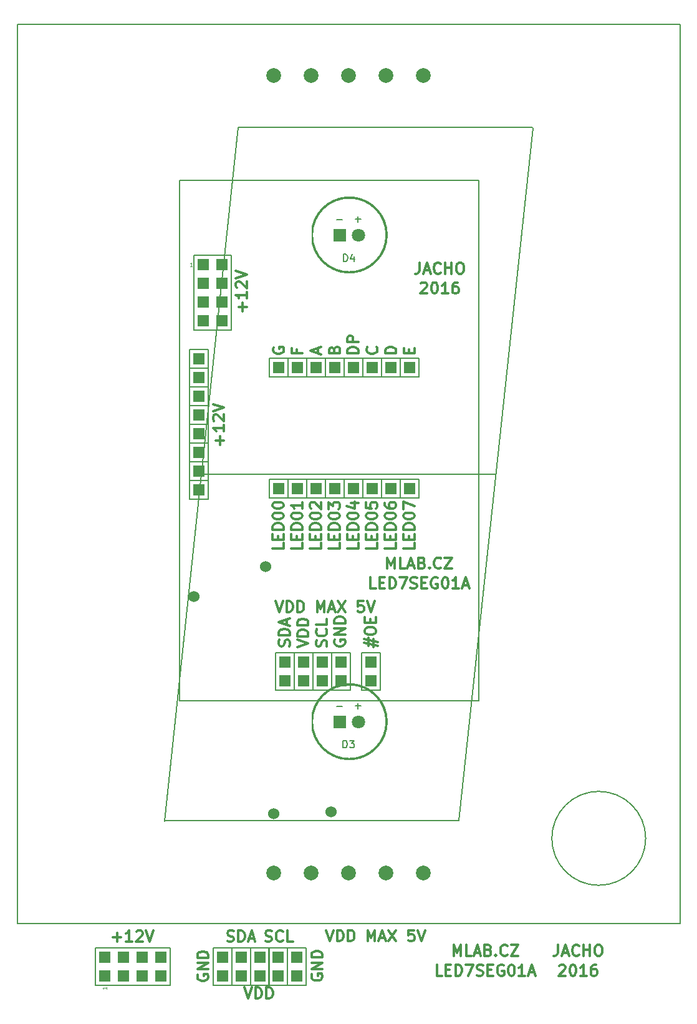
<source format=gbr>
%TF.GenerationSoftware,KiCad,Pcbnew,7.0.7-7.0.7~ubuntu23.04.1*%
%TF.CreationDate,2023-09-17T10:17:03+00:00*%
%TF.ProjectId,LED7SEG01,4c454437-5345-4473-9031-2e6b69636164,rev?*%
%TF.SameCoordinates,Original*%
%TF.FileFunction,Legend,Top*%
%TF.FilePolarity,Positive*%
%FSLAX46Y46*%
G04 Gerber Fmt 4.6, Leading zero omitted, Abs format (unit mm)*
G04 Created by KiCad (PCBNEW 7.0.7-7.0.7~ubuntu23.04.1) date 2023-09-17 10:17:03*
%MOMM*%
%LPD*%
G01*
G04 APERTURE LIST*
%ADD10C,0.200000*%
%ADD11C,0.300000*%
%ADD12C,0.050000*%
%ADD13C,0.150000*%
%ADD14R,1.524000X1.524000*%
%ADD15R,1.800000X1.800000*%
%ADD16C,1.800000*%
%ADD17C,2.000000*%
%ADD18C,1.524000*%
G04 APERTURE END LIST*
D10*
X63340800Y111530000D02*
X63340800Y40918000D01*
X22700800Y40918000D02*
X22700800Y111530000D01*
X22700800Y111530000D02*
X63340800Y111530000D01*
X63340800Y40918000D02*
X22700800Y40918000D01*
D11*
X55442172Y97554414D02*
X55513600Y97625842D01*
X55513600Y97625842D02*
X55656458Y97697271D01*
X55656458Y97697271D02*
X56013600Y97697271D01*
X56013600Y97697271D02*
X56156458Y97625842D01*
X56156458Y97625842D02*
X56227886Y97554414D01*
X56227886Y97554414D02*
X56299315Y97411557D01*
X56299315Y97411557D02*
X56299315Y97268700D01*
X56299315Y97268700D02*
X56227886Y97054414D01*
X56227886Y97054414D02*
X55370743Y96197271D01*
X55370743Y96197271D02*
X56299315Y96197271D01*
X57227886Y97697271D02*
X57370743Y97697271D01*
X57370743Y97697271D02*
X57513600Y97625842D01*
X57513600Y97625842D02*
X57585029Y97554414D01*
X57585029Y97554414D02*
X57656457Y97411557D01*
X57656457Y97411557D02*
X57727886Y97125842D01*
X57727886Y97125842D02*
X57727886Y96768700D01*
X57727886Y96768700D02*
X57656457Y96482985D01*
X57656457Y96482985D02*
X57585029Y96340128D01*
X57585029Y96340128D02*
X57513600Y96268700D01*
X57513600Y96268700D02*
X57370743Y96197271D01*
X57370743Y96197271D02*
X57227886Y96197271D01*
X57227886Y96197271D02*
X57085029Y96268700D01*
X57085029Y96268700D02*
X57013600Y96340128D01*
X57013600Y96340128D02*
X56942171Y96482985D01*
X56942171Y96482985D02*
X56870743Y96768700D01*
X56870743Y96768700D02*
X56870743Y97125842D01*
X56870743Y97125842D02*
X56942171Y97411557D01*
X56942171Y97411557D02*
X57013600Y97554414D01*
X57013600Y97554414D02*
X57085029Y97625842D01*
X57085029Y97625842D02*
X57227886Y97697271D01*
X59156457Y96197271D02*
X58299314Y96197271D01*
X58727885Y96197271D02*
X58727885Y97697271D01*
X58727885Y97697271D02*
X58585028Y97482985D01*
X58585028Y97482985D02*
X58442171Y97340128D01*
X58442171Y97340128D02*
X58299314Y97268700D01*
X60442171Y97697271D02*
X60156456Y97697271D01*
X60156456Y97697271D02*
X60013599Y97625842D01*
X60013599Y97625842D02*
X59942171Y97554414D01*
X59942171Y97554414D02*
X59799313Y97340128D01*
X59799313Y97340128D02*
X59727885Y97054414D01*
X59727885Y97054414D02*
X59727885Y96482985D01*
X59727885Y96482985D02*
X59799313Y96340128D01*
X59799313Y96340128D02*
X59870742Y96268700D01*
X59870742Y96268700D02*
X60013599Y96197271D01*
X60013599Y96197271D02*
X60299313Y96197271D01*
X60299313Y96197271D02*
X60442171Y96268700D01*
X60442171Y96268700D02*
X60513599Y96340128D01*
X60513599Y96340128D02*
X60585028Y96482985D01*
X60585028Y96482985D02*
X60585028Y96840128D01*
X60585028Y96840128D02*
X60513599Y96982985D01*
X60513599Y96982985D02*
X60442171Y97054414D01*
X60442171Y97054414D02*
X60299313Y97125842D01*
X60299313Y97125842D02*
X60013599Y97125842D01*
X60013599Y97125842D02*
X59870742Y97054414D01*
X59870742Y97054414D02*
X59799313Y96982985D01*
X59799313Y96982985D02*
X59727885Y96840128D01*
X55263600Y100389671D02*
X55263600Y99318242D01*
X55263600Y99318242D02*
X55192171Y99103957D01*
X55192171Y99103957D02*
X55049314Y98961100D01*
X55049314Y98961100D02*
X54835028Y98889671D01*
X54835028Y98889671D02*
X54692171Y98889671D01*
X55906457Y99318242D02*
X56620743Y99318242D01*
X55763600Y98889671D02*
X56263600Y100389671D01*
X56263600Y100389671D02*
X56763600Y98889671D01*
X58120742Y99032528D02*
X58049314Y98961100D01*
X58049314Y98961100D02*
X57835028Y98889671D01*
X57835028Y98889671D02*
X57692171Y98889671D01*
X57692171Y98889671D02*
X57477885Y98961100D01*
X57477885Y98961100D02*
X57335028Y99103957D01*
X57335028Y99103957D02*
X57263599Y99246814D01*
X57263599Y99246814D02*
X57192171Y99532528D01*
X57192171Y99532528D02*
X57192171Y99746814D01*
X57192171Y99746814D02*
X57263599Y100032528D01*
X57263599Y100032528D02*
X57335028Y100175385D01*
X57335028Y100175385D02*
X57477885Y100318242D01*
X57477885Y100318242D02*
X57692171Y100389671D01*
X57692171Y100389671D02*
X57835028Y100389671D01*
X57835028Y100389671D02*
X58049314Y100318242D01*
X58049314Y100318242D02*
X58120742Y100246814D01*
X58763599Y98889671D02*
X58763599Y100389671D01*
X58763599Y99675385D02*
X59620742Y99675385D01*
X59620742Y98889671D02*
X59620742Y100389671D01*
X60620743Y100389671D02*
X60906457Y100389671D01*
X60906457Y100389671D02*
X61049314Y100318242D01*
X61049314Y100318242D02*
X61192171Y100175385D01*
X61192171Y100175385D02*
X61263600Y99889671D01*
X61263600Y99889671D02*
X61263600Y99389671D01*
X61263600Y99389671D02*
X61192171Y99103957D01*
X61192171Y99103957D02*
X61049314Y98961100D01*
X61049314Y98961100D02*
X60906457Y98889671D01*
X60906457Y98889671D02*
X60620743Y98889671D01*
X60620743Y98889671D02*
X60477886Y98961100D01*
X60477886Y98961100D02*
X60335028Y99103957D01*
X60335028Y99103957D02*
X60263600Y99389671D01*
X60263600Y99389671D02*
X60263600Y99889671D01*
X60263600Y99889671D02*
X60335028Y100175385D01*
X60335028Y100175385D02*
X60477886Y100318242D01*
X60477886Y100318242D02*
X60620743Y100389671D01*
X49326743Y56166871D02*
X48612457Y56166871D01*
X48612457Y56166871D02*
X48612457Y57666871D01*
X49826743Y56952585D02*
X50326743Y56952585D01*
X50541029Y56166871D02*
X49826743Y56166871D01*
X49826743Y56166871D02*
X49826743Y57666871D01*
X49826743Y57666871D02*
X50541029Y57666871D01*
X51183886Y56166871D02*
X51183886Y57666871D01*
X51183886Y57666871D02*
X51541029Y57666871D01*
X51541029Y57666871D02*
X51755315Y57595442D01*
X51755315Y57595442D02*
X51898172Y57452585D01*
X51898172Y57452585D02*
X51969601Y57309728D01*
X51969601Y57309728D02*
X52041029Y57024014D01*
X52041029Y57024014D02*
X52041029Y56809728D01*
X52041029Y56809728D02*
X51969601Y56524014D01*
X51969601Y56524014D02*
X51898172Y56381157D01*
X51898172Y56381157D02*
X51755315Y56238300D01*
X51755315Y56238300D02*
X51541029Y56166871D01*
X51541029Y56166871D02*
X51183886Y56166871D01*
X52541029Y57666871D02*
X53541029Y57666871D01*
X53541029Y57666871D02*
X52898172Y56166871D01*
X54041029Y56238300D02*
X54255315Y56166871D01*
X54255315Y56166871D02*
X54612457Y56166871D01*
X54612457Y56166871D02*
X54755315Y56238300D01*
X54755315Y56238300D02*
X54826743Y56309728D01*
X54826743Y56309728D02*
X54898172Y56452585D01*
X54898172Y56452585D02*
X54898172Y56595442D01*
X54898172Y56595442D02*
X54826743Y56738300D01*
X54826743Y56738300D02*
X54755315Y56809728D01*
X54755315Y56809728D02*
X54612457Y56881157D01*
X54612457Y56881157D02*
X54326743Y56952585D01*
X54326743Y56952585D02*
X54183886Y57024014D01*
X54183886Y57024014D02*
X54112457Y57095442D01*
X54112457Y57095442D02*
X54041029Y57238300D01*
X54041029Y57238300D02*
X54041029Y57381157D01*
X54041029Y57381157D02*
X54112457Y57524014D01*
X54112457Y57524014D02*
X54183886Y57595442D01*
X54183886Y57595442D02*
X54326743Y57666871D01*
X54326743Y57666871D02*
X54683886Y57666871D01*
X54683886Y57666871D02*
X54898172Y57595442D01*
X55541028Y56952585D02*
X56041028Y56952585D01*
X56255314Y56166871D02*
X55541028Y56166871D01*
X55541028Y56166871D02*
X55541028Y57666871D01*
X55541028Y57666871D02*
X56255314Y57666871D01*
X57683886Y57595442D02*
X57541029Y57666871D01*
X57541029Y57666871D02*
X57326743Y57666871D01*
X57326743Y57666871D02*
X57112457Y57595442D01*
X57112457Y57595442D02*
X56969600Y57452585D01*
X56969600Y57452585D02*
X56898171Y57309728D01*
X56898171Y57309728D02*
X56826743Y57024014D01*
X56826743Y57024014D02*
X56826743Y56809728D01*
X56826743Y56809728D02*
X56898171Y56524014D01*
X56898171Y56524014D02*
X56969600Y56381157D01*
X56969600Y56381157D02*
X57112457Y56238300D01*
X57112457Y56238300D02*
X57326743Y56166871D01*
X57326743Y56166871D02*
X57469600Y56166871D01*
X57469600Y56166871D02*
X57683886Y56238300D01*
X57683886Y56238300D02*
X57755314Y56309728D01*
X57755314Y56309728D02*
X57755314Y56809728D01*
X57755314Y56809728D02*
X57469600Y56809728D01*
X58683886Y57666871D02*
X58826743Y57666871D01*
X58826743Y57666871D02*
X58969600Y57595442D01*
X58969600Y57595442D02*
X59041029Y57524014D01*
X59041029Y57524014D02*
X59112457Y57381157D01*
X59112457Y57381157D02*
X59183886Y57095442D01*
X59183886Y57095442D02*
X59183886Y56738300D01*
X59183886Y56738300D02*
X59112457Y56452585D01*
X59112457Y56452585D02*
X59041029Y56309728D01*
X59041029Y56309728D02*
X58969600Y56238300D01*
X58969600Y56238300D02*
X58826743Y56166871D01*
X58826743Y56166871D02*
X58683886Y56166871D01*
X58683886Y56166871D02*
X58541029Y56238300D01*
X58541029Y56238300D02*
X58469600Y56309728D01*
X58469600Y56309728D02*
X58398171Y56452585D01*
X58398171Y56452585D02*
X58326743Y56738300D01*
X58326743Y56738300D02*
X58326743Y57095442D01*
X58326743Y57095442D02*
X58398171Y57381157D01*
X58398171Y57381157D02*
X58469600Y57524014D01*
X58469600Y57524014D02*
X58541029Y57595442D01*
X58541029Y57595442D02*
X58683886Y57666871D01*
X60612457Y56166871D02*
X59755314Y56166871D01*
X60183885Y56166871D02*
X60183885Y57666871D01*
X60183885Y57666871D02*
X60041028Y57452585D01*
X60041028Y57452585D02*
X59898171Y57309728D01*
X59898171Y57309728D02*
X59755314Y57238300D01*
X61183885Y56595442D02*
X61898171Y56595442D01*
X61041028Y56166871D02*
X61541028Y57666871D01*
X61541028Y57666871D02*
X62041028Y56166871D01*
X50898171Y58859271D02*
X50898171Y60359271D01*
X50898171Y60359271D02*
X51398171Y59287842D01*
X51398171Y59287842D02*
X51898171Y60359271D01*
X51898171Y60359271D02*
X51898171Y58859271D01*
X53326743Y58859271D02*
X52612457Y58859271D01*
X52612457Y58859271D02*
X52612457Y60359271D01*
X53755315Y59287842D02*
X54469601Y59287842D01*
X53612458Y58859271D02*
X54112458Y60359271D01*
X54112458Y60359271D02*
X54612458Y58859271D01*
X55612457Y59644985D02*
X55826743Y59573557D01*
X55826743Y59573557D02*
X55898172Y59502128D01*
X55898172Y59502128D02*
X55969600Y59359271D01*
X55969600Y59359271D02*
X55969600Y59144985D01*
X55969600Y59144985D02*
X55898172Y59002128D01*
X55898172Y59002128D02*
X55826743Y58930700D01*
X55826743Y58930700D02*
X55683886Y58859271D01*
X55683886Y58859271D02*
X55112457Y58859271D01*
X55112457Y58859271D02*
X55112457Y60359271D01*
X55112457Y60359271D02*
X55612457Y60359271D01*
X55612457Y60359271D02*
X55755315Y60287842D01*
X55755315Y60287842D02*
X55826743Y60216414D01*
X55826743Y60216414D02*
X55898172Y60073557D01*
X55898172Y60073557D02*
X55898172Y59930700D01*
X55898172Y59930700D02*
X55826743Y59787842D01*
X55826743Y59787842D02*
X55755315Y59716414D01*
X55755315Y59716414D02*
X55612457Y59644985D01*
X55612457Y59644985D02*
X55112457Y59644985D01*
X56612457Y59002128D02*
X56683886Y58930700D01*
X56683886Y58930700D02*
X56612457Y58859271D01*
X56612457Y58859271D02*
X56541029Y58930700D01*
X56541029Y58930700D02*
X56612457Y59002128D01*
X56612457Y59002128D02*
X56612457Y58859271D01*
X58183886Y59002128D02*
X58112458Y58930700D01*
X58112458Y58930700D02*
X57898172Y58859271D01*
X57898172Y58859271D02*
X57755315Y58859271D01*
X57755315Y58859271D02*
X57541029Y58930700D01*
X57541029Y58930700D02*
X57398172Y59073557D01*
X57398172Y59073557D02*
X57326743Y59216414D01*
X57326743Y59216414D02*
X57255315Y59502128D01*
X57255315Y59502128D02*
X57255315Y59716414D01*
X57255315Y59716414D02*
X57326743Y60002128D01*
X57326743Y60002128D02*
X57398172Y60144985D01*
X57398172Y60144985D02*
X57541029Y60287842D01*
X57541029Y60287842D02*
X57755315Y60359271D01*
X57755315Y60359271D02*
X57898172Y60359271D01*
X57898172Y60359271D02*
X58112458Y60287842D01*
X58112458Y60287842D02*
X58183886Y60216414D01*
X58683886Y60359271D02*
X59683886Y60359271D01*
X59683886Y60359271D02*
X58683886Y58859271D01*
X58683886Y58859271D02*
X59683886Y58859271D01*
X31477200Y2040871D02*
X31977200Y540871D01*
X31977200Y540871D02*
X32477200Y2040871D01*
X32977199Y540871D02*
X32977199Y2040871D01*
X32977199Y2040871D02*
X33334342Y2040871D01*
X33334342Y2040871D02*
X33548628Y1969442D01*
X33548628Y1969442D02*
X33691485Y1826585D01*
X33691485Y1826585D02*
X33762914Y1683728D01*
X33762914Y1683728D02*
X33834342Y1398014D01*
X33834342Y1398014D02*
X33834342Y1183728D01*
X33834342Y1183728D02*
X33762914Y898014D01*
X33762914Y898014D02*
X33691485Y755157D01*
X33691485Y755157D02*
X33548628Y612300D01*
X33548628Y612300D02*
X33334342Y540871D01*
X33334342Y540871D02*
X32977199Y540871D01*
X34477199Y540871D02*
X34477199Y2040871D01*
X34477199Y2040871D02*
X34834342Y2040871D01*
X34834342Y2040871D02*
X35048628Y1969442D01*
X35048628Y1969442D02*
X35191485Y1826585D01*
X35191485Y1826585D02*
X35262914Y1683728D01*
X35262914Y1683728D02*
X35334342Y1398014D01*
X35334342Y1398014D02*
X35334342Y1183728D01*
X35334342Y1183728D02*
X35262914Y898014D01*
X35262914Y898014D02*
X35191485Y755157D01*
X35191485Y755157D02*
X35048628Y612300D01*
X35048628Y612300D02*
X34834342Y540871D01*
X34834342Y540871D02*
X34477199Y540871D01*
X29166572Y8333900D02*
X29380858Y8262471D01*
X29380858Y8262471D02*
X29738000Y8262471D01*
X29738000Y8262471D02*
X29880858Y8333900D01*
X29880858Y8333900D02*
X29952286Y8405328D01*
X29952286Y8405328D02*
X30023715Y8548185D01*
X30023715Y8548185D02*
X30023715Y8691042D01*
X30023715Y8691042D02*
X29952286Y8833900D01*
X29952286Y8833900D02*
X29880858Y8905328D01*
X29880858Y8905328D02*
X29738000Y8976757D01*
X29738000Y8976757D02*
X29452286Y9048185D01*
X29452286Y9048185D02*
X29309429Y9119614D01*
X29309429Y9119614D02*
X29238000Y9191042D01*
X29238000Y9191042D02*
X29166572Y9333900D01*
X29166572Y9333900D02*
X29166572Y9476757D01*
X29166572Y9476757D02*
X29238000Y9619614D01*
X29238000Y9619614D02*
X29309429Y9691042D01*
X29309429Y9691042D02*
X29452286Y9762471D01*
X29452286Y9762471D02*
X29809429Y9762471D01*
X29809429Y9762471D02*
X30023715Y9691042D01*
X30666571Y8262471D02*
X30666571Y9762471D01*
X30666571Y9762471D02*
X31023714Y9762471D01*
X31023714Y9762471D02*
X31238000Y9691042D01*
X31238000Y9691042D02*
X31380857Y9548185D01*
X31380857Y9548185D02*
X31452286Y9405328D01*
X31452286Y9405328D02*
X31523714Y9119614D01*
X31523714Y9119614D02*
X31523714Y8905328D01*
X31523714Y8905328D02*
X31452286Y8619614D01*
X31452286Y8619614D02*
X31380857Y8476757D01*
X31380857Y8476757D02*
X31238000Y8333900D01*
X31238000Y8333900D02*
X31023714Y8262471D01*
X31023714Y8262471D02*
X30666571Y8262471D01*
X32095143Y8691042D02*
X32809429Y8691042D01*
X31952286Y8262471D02*
X32452286Y9762471D01*
X32452286Y9762471D02*
X32952286Y8262471D01*
X36797128Y62322289D02*
X36797128Y61608003D01*
X36797128Y61608003D02*
X35297128Y61608003D01*
X36011414Y62822289D02*
X36011414Y63322289D01*
X36797128Y63536575D02*
X36797128Y62822289D01*
X36797128Y62822289D02*
X35297128Y62822289D01*
X35297128Y62822289D02*
X35297128Y63536575D01*
X36797128Y64179432D02*
X35297128Y64179432D01*
X35297128Y64179432D02*
X35297128Y64536575D01*
X35297128Y64536575D02*
X35368557Y64750861D01*
X35368557Y64750861D02*
X35511414Y64893718D01*
X35511414Y64893718D02*
X35654271Y64965147D01*
X35654271Y64965147D02*
X35939985Y65036575D01*
X35939985Y65036575D02*
X36154271Y65036575D01*
X36154271Y65036575D02*
X36439985Y64965147D01*
X36439985Y64965147D02*
X36582842Y64893718D01*
X36582842Y64893718D02*
X36725700Y64750861D01*
X36725700Y64750861D02*
X36797128Y64536575D01*
X36797128Y64536575D02*
X36797128Y64179432D01*
X35297128Y65965147D02*
X35297128Y66108004D01*
X35297128Y66108004D02*
X35368557Y66250861D01*
X35368557Y66250861D02*
X35439985Y66322290D01*
X35439985Y66322290D02*
X35582842Y66393718D01*
X35582842Y66393718D02*
X35868557Y66465147D01*
X35868557Y66465147D02*
X36225700Y66465147D01*
X36225700Y66465147D02*
X36511414Y66393718D01*
X36511414Y66393718D02*
X36654271Y66322290D01*
X36654271Y66322290D02*
X36725700Y66250861D01*
X36725700Y66250861D02*
X36797128Y66108004D01*
X36797128Y66108004D02*
X36797128Y65965147D01*
X36797128Y65965147D02*
X36725700Y65822290D01*
X36725700Y65822290D02*
X36654271Y65750861D01*
X36654271Y65750861D02*
X36511414Y65679432D01*
X36511414Y65679432D02*
X36225700Y65608004D01*
X36225700Y65608004D02*
X35868557Y65608004D01*
X35868557Y65608004D02*
X35582842Y65679432D01*
X35582842Y65679432D02*
X35439985Y65750861D01*
X35439985Y65750861D02*
X35368557Y65822290D01*
X35368557Y65822290D02*
X35297128Y65965147D01*
X35297128Y67393718D02*
X35297128Y67536575D01*
X35297128Y67536575D02*
X35368557Y67679432D01*
X35368557Y67679432D02*
X35439985Y67750861D01*
X35439985Y67750861D02*
X35582842Y67822289D01*
X35582842Y67822289D02*
X35868557Y67893718D01*
X35868557Y67893718D02*
X36225700Y67893718D01*
X36225700Y67893718D02*
X36511414Y67822289D01*
X36511414Y67822289D02*
X36654271Y67750861D01*
X36654271Y67750861D02*
X36725700Y67679432D01*
X36725700Y67679432D02*
X36797128Y67536575D01*
X36797128Y67536575D02*
X36797128Y67393718D01*
X36797128Y67393718D02*
X36725700Y67250861D01*
X36725700Y67250861D02*
X36654271Y67179432D01*
X36654271Y67179432D02*
X36511414Y67108003D01*
X36511414Y67108003D02*
X36225700Y67036575D01*
X36225700Y67036575D02*
X35868557Y67036575D01*
X35868557Y67036575D02*
X35582842Y67108003D01*
X35582842Y67108003D02*
X35439985Y67179432D01*
X35439985Y67179432D02*
X35368557Y67250861D01*
X35368557Y67250861D02*
X35297128Y67393718D01*
X43750557Y49193825D02*
X43679128Y49050968D01*
X43679128Y49050968D02*
X43679128Y48836682D01*
X43679128Y48836682D02*
X43750557Y48622396D01*
X43750557Y48622396D02*
X43893414Y48479539D01*
X43893414Y48479539D02*
X44036271Y48408110D01*
X44036271Y48408110D02*
X44321985Y48336682D01*
X44321985Y48336682D02*
X44536271Y48336682D01*
X44536271Y48336682D02*
X44821985Y48408110D01*
X44821985Y48408110D02*
X44964842Y48479539D01*
X44964842Y48479539D02*
X45107700Y48622396D01*
X45107700Y48622396D02*
X45179128Y48836682D01*
X45179128Y48836682D02*
X45179128Y48979539D01*
X45179128Y48979539D02*
X45107700Y49193825D01*
X45107700Y49193825D02*
X45036271Y49265253D01*
X45036271Y49265253D02*
X44536271Y49265253D01*
X44536271Y49265253D02*
X44536271Y48979539D01*
X45179128Y49908110D02*
X43679128Y49908110D01*
X43679128Y49908110D02*
X45179128Y50765253D01*
X45179128Y50765253D02*
X43679128Y50765253D01*
X45179128Y51479539D02*
X43679128Y51479539D01*
X43679128Y51479539D02*
X43679128Y51836682D01*
X43679128Y51836682D02*
X43750557Y52050968D01*
X43750557Y52050968D02*
X43893414Y52193825D01*
X43893414Y52193825D02*
X44036271Y52265254D01*
X44036271Y52265254D02*
X44321985Y52336682D01*
X44321985Y52336682D02*
X44536271Y52336682D01*
X44536271Y52336682D02*
X44821985Y52265254D01*
X44821985Y52265254D02*
X44964842Y52193825D01*
X44964842Y52193825D02*
X45107700Y52050968D01*
X45107700Y52050968D02*
X45179128Y51836682D01*
X45179128Y51836682D02*
X45179128Y51479539D01*
X52087928Y88082910D02*
X50587928Y88082910D01*
X50587928Y88082910D02*
X50587928Y88440053D01*
X50587928Y88440053D02*
X50659357Y88654339D01*
X50659357Y88654339D02*
X50802214Y88797196D01*
X50802214Y88797196D02*
X50945071Y88868625D01*
X50945071Y88868625D02*
X51230785Y88940053D01*
X51230785Y88940053D02*
X51445071Y88940053D01*
X51445071Y88940053D02*
X51730785Y88868625D01*
X51730785Y88868625D02*
X51873642Y88797196D01*
X51873642Y88797196D02*
X52016500Y88654339D01*
X52016500Y88654339D02*
X52087928Y88440053D01*
X52087928Y88440053D02*
X52087928Y88082910D01*
X43682214Y88582910D02*
X43753642Y88797196D01*
X43753642Y88797196D02*
X43825071Y88868625D01*
X43825071Y88868625D02*
X43967928Y88940053D01*
X43967928Y88940053D02*
X44182214Y88940053D01*
X44182214Y88940053D02*
X44325071Y88868625D01*
X44325071Y88868625D02*
X44396500Y88797196D01*
X44396500Y88797196D02*
X44467928Y88654339D01*
X44467928Y88654339D02*
X44467928Y88082910D01*
X44467928Y88082910D02*
X42967928Y88082910D01*
X42967928Y88082910D02*
X42967928Y88582910D01*
X42967928Y88582910D02*
X43039357Y88725768D01*
X43039357Y88725768D02*
X43110785Y88797196D01*
X43110785Y88797196D02*
X43253642Y88868625D01*
X43253642Y88868625D02*
X43396500Y88868625D01*
X43396500Y88868625D02*
X43539357Y88797196D01*
X43539357Y88797196D02*
X43610785Y88725768D01*
X43610785Y88725768D02*
X43682214Y88582910D01*
X43682214Y88582910D02*
X43682214Y88082910D01*
X44417128Y62322289D02*
X44417128Y61608003D01*
X44417128Y61608003D02*
X42917128Y61608003D01*
X43631414Y62822289D02*
X43631414Y63322289D01*
X44417128Y63536575D02*
X44417128Y62822289D01*
X44417128Y62822289D02*
X42917128Y62822289D01*
X42917128Y62822289D02*
X42917128Y63536575D01*
X44417128Y64179432D02*
X42917128Y64179432D01*
X42917128Y64179432D02*
X42917128Y64536575D01*
X42917128Y64536575D02*
X42988557Y64750861D01*
X42988557Y64750861D02*
X43131414Y64893718D01*
X43131414Y64893718D02*
X43274271Y64965147D01*
X43274271Y64965147D02*
X43559985Y65036575D01*
X43559985Y65036575D02*
X43774271Y65036575D01*
X43774271Y65036575D02*
X44059985Y64965147D01*
X44059985Y64965147D02*
X44202842Y64893718D01*
X44202842Y64893718D02*
X44345700Y64750861D01*
X44345700Y64750861D02*
X44417128Y64536575D01*
X44417128Y64536575D02*
X44417128Y64179432D01*
X42917128Y65965147D02*
X42917128Y66108004D01*
X42917128Y66108004D02*
X42988557Y66250861D01*
X42988557Y66250861D02*
X43059985Y66322290D01*
X43059985Y66322290D02*
X43202842Y66393718D01*
X43202842Y66393718D02*
X43488557Y66465147D01*
X43488557Y66465147D02*
X43845700Y66465147D01*
X43845700Y66465147D02*
X44131414Y66393718D01*
X44131414Y66393718D02*
X44274271Y66322290D01*
X44274271Y66322290D02*
X44345700Y66250861D01*
X44345700Y66250861D02*
X44417128Y66108004D01*
X44417128Y66108004D02*
X44417128Y65965147D01*
X44417128Y65965147D02*
X44345700Y65822290D01*
X44345700Y65822290D02*
X44274271Y65750861D01*
X44274271Y65750861D02*
X44131414Y65679432D01*
X44131414Y65679432D02*
X43845700Y65608004D01*
X43845700Y65608004D02*
X43488557Y65608004D01*
X43488557Y65608004D02*
X43202842Y65679432D01*
X43202842Y65679432D02*
X43059985Y65750861D01*
X43059985Y65750861D02*
X42988557Y65822290D01*
X42988557Y65822290D02*
X42917128Y65965147D01*
X42917128Y66965146D02*
X42917128Y67893718D01*
X42917128Y67893718D02*
X43488557Y67393718D01*
X43488557Y67393718D02*
X43488557Y67608003D01*
X43488557Y67608003D02*
X43559985Y67750861D01*
X43559985Y67750861D02*
X43631414Y67822289D01*
X43631414Y67822289D02*
X43774271Y67893718D01*
X43774271Y67893718D02*
X44131414Y67893718D01*
X44131414Y67893718D02*
X44274271Y67822289D01*
X44274271Y67822289D02*
X44345700Y67750861D01*
X44345700Y67750861D02*
X44417128Y67608003D01*
X44417128Y67608003D02*
X44417128Y67179432D01*
X44417128Y67179432D02*
X44345700Y67036575D01*
X44345700Y67036575D02*
X44274271Y66965146D01*
X34333086Y8333900D02*
X34547372Y8262471D01*
X34547372Y8262471D02*
X34904514Y8262471D01*
X34904514Y8262471D02*
X35047372Y8333900D01*
X35047372Y8333900D02*
X35118800Y8405328D01*
X35118800Y8405328D02*
X35190229Y8548185D01*
X35190229Y8548185D02*
X35190229Y8691042D01*
X35190229Y8691042D02*
X35118800Y8833900D01*
X35118800Y8833900D02*
X35047372Y8905328D01*
X35047372Y8905328D02*
X34904514Y8976757D01*
X34904514Y8976757D02*
X34618800Y9048185D01*
X34618800Y9048185D02*
X34475943Y9119614D01*
X34475943Y9119614D02*
X34404514Y9191042D01*
X34404514Y9191042D02*
X34333086Y9333900D01*
X34333086Y9333900D02*
X34333086Y9476757D01*
X34333086Y9476757D02*
X34404514Y9619614D01*
X34404514Y9619614D02*
X34475943Y9691042D01*
X34475943Y9691042D02*
X34618800Y9762471D01*
X34618800Y9762471D02*
X34975943Y9762471D01*
X34975943Y9762471D02*
X35190229Y9691042D01*
X36690228Y8405328D02*
X36618800Y8333900D01*
X36618800Y8333900D02*
X36404514Y8262471D01*
X36404514Y8262471D02*
X36261657Y8262471D01*
X36261657Y8262471D02*
X36047371Y8333900D01*
X36047371Y8333900D02*
X35904514Y8476757D01*
X35904514Y8476757D02*
X35833085Y8619614D01*
X35833085Y8619614D02*
X35761657Y8905328D01*
X35761657Y8905328D02*
X35761657Y9119614D01*
X35761657Y9119614D02*
X35833085Y9405328D01*
X35833085Y9405328D02*
X35904514Y9548185D01*
X35904514Y9548185D02*
X36047371Y9691042D01*
X36047371Y9691042D02*
X36261657Y9762471D01*
X36261657Y9762471D02*
X36404514Y9762471D01*
X36404514Y9762471D02*
X36618800Y9691042D01*
X36618800Y9691042D02*
X36690228Y9619614D01*
X38047371Y8262471D02*
X37333085Y8262471D01*
X37333085Y8262471D02*
X37333085Y9762471D01*
X28148500Y75690743D02*
X28148500Y76833601D01*
X28719928Y76262172D02*
X27577071Y76262172D01*
X28719928Y78333601D02*
X28719928Y77476458D01*
X28719928Y77905029D02*
X27219928Y77905029D01*
X27219928Y77905029D02*
X27434214Y77762172D01*
X27434214Y77762172D02*
X27577071Y77619315D01*
X27577071Y77619315D02*
X27648500Y77476458D01*
X27362785Y78905029D02*
X27291357Y78976457D01*
X27291357Y78976457D02*
X27219928Y79119315D01*
X27219928Y79119315D02*
X27219928Y79476457D01*
X27219928Y79476457D02*
X27291357Y79619315D01*
X27291357Y79619315D02*
X27362785Y79690743D01*
X27362785Y79690743D02*
X27505642Y79762172D01*
X27505642Y79762172D02*
X27648500Y79762172D01*
X27648500Y79762172D02*
X27862785Y79690743D01*
X27862785Y79690743D02*
X28719928Y78833600D01*
X28719928Y78833600D02*
X28719928Y79762172D01*
X27219928Y80190743D02*
X28719928Y80690743D01*
X28719928Y80690743D02*
X27219928Y81190743D01*
X59889771Y6332071D02*
X59889771Y7832071D01*
X59889771Y7832071D02*
X60389771Y6760642D01*
X60389771Y6760642D02*
X60889771Y7832071D01*
X60889771Y7832071D02*
X60889771Y6332071D01*
X62318343Y6332071D02*
X61604057Y6332071D01*
X61604057Y6332071D02*
X61604057Y7832071D01*
X62746915Y6760642D02*
X63461201Y6760642D01*
X62604058Y6332071D02*
X63104058Y7832071D01*
X63104058Y7832071D02*
X63604058Y6332071D01*
X64604057Y7117785D02*
X64818343Y7046357D01*
X64818343Y7046357D02*
X64889772Y6974928D01*
X64889772Y6974928D02*
X64961200Y6832071D01*
X64961200Y6832071D02*
X64961200Y6617785D01*
X64961200Y6617785D02*
X64889772Y6474928D01*
X64889772Y6474928D02*
X64818343Y6403500D01*
X64818343Y6403500D02*
X64675486Y6332071D01*
X64675486Y6332071D02*
X64104057Y6332071D01*
X64104057Y6332071D02*
X64104057Y7832071D01*
X64104057Y7832071D02*
X64604057Y7832071D01*
X64604057Y7832071D02*
X64746915Y7760642D01*
X64746915Y7760642D02*
X64818343Y7689214D01*
X64818343Y7689214D02*
X64889772Y7546357D01*
X64889772Y7546357D02*
X64889772Y7403500D01*
X64889772Y7403500D02*
X64818343Y7260642D01*
X64818343Y7260642D02*
X64746915Y7189214D01*
X64746915Y7189214D02*
X64604057Y7117785D01*
X64604057Y7117785D02*
X64104057Y7117785D01*
X65604057Y6474928D02*
X65675486Y6403500D01*
X65675486Y6403500D02*
X65604057Y6332071D01*
X65604057Y6332071D02*
X65532629Y6403500D01*
X65532629Y6403500D02*
X65604057Y6474928D01*
X65604057Y6474928D02*
X65604057Y6332071D01*
X67175486Y6474928D02*
X67104058Y6403500D01*
X67104058Y6403500D02*
X66889772Y6332071D01*
X66889772Y6332071D02*
X66746915Y6332071D01*
X66746915Y6332071D02*
X66532629Y6403500D01*
X66532629Y6403500D02*
X66389772Y6546357D01*
X66389772Y6546357D02*
X66318343Y6689214D01*
X66318343Y6689214D02*
X66246915Y6974928D01*
X66246915Y6974928D02*
X66246915Y7189214D01*
X66246915Y7189214D02*
X66318343Y7474928D01*
X66318343Y7474928D02*
X66389772Y7617785D01*
X66389772Y7617785D02*
X66532629Y7760642D01*
X66532629Y7760642D02*
X66746915Y7832071D01*
X66746915Y7832071D02*
X66889772Y7832071D01*
X66889772Y7832071D02*
X67104058Y7760642D01*
X67104058Y7760642D02*
X67175486Y7689214D01*
X67675486Y7832071D02*
X68675486Y7832071D01*
X68675486Y7832071D02*
X67675486Y6332071D01*
X67675486Y6332071D02*
X68675486Y6332071D01*
X41499357Y88062282D02*
X41499357Y88776568D01*
X41927928Y87919425D02*
X40427928Y88419425D01*
X40427928Y88419425D02*
X41927928Y88919425D01*
X37589300Y48336682D02*
X37660728Y48550968D01*
X37660728Y48550968D02*
X37660728Y48908110D01*
X37660728Y48908110D02*
X37589300Y49050968D01*
X37589300Y49050968D02*
X37517871Y49122396D01*
X37517871Y49122396D02*
X37375014Y49193825D01*
X37375014Y49193825D02*
X37232157Y49193825D01*
X37232157Y49193825D02*
X37089300Y49122396D01*
X37089300Y49122396D02*
X37017871Y49050968D01*
X37017871Y49050968D02*
X36946442Y48908110D01*
X36946442Y48908110D02*
X36875014Y48622396D01*
X36875014Y48622396D02*
X36803585Y48479539D01*
X36803585Y48479539D02*
X36732157Y48408110D01*
X36732157Y48408110D02*
X36589300Y48336682D01*
X36589300Y48336682D02*
X36446442Y48336682D01*
X36446442Y48336682D02*
X36303585Y48408110D01*
X36303585Y48408110D02*
X36232157Y48479539D01*
X36232157Y48479539D02*
X36160728Y48622396D01*
X36160728Y48622396D02*
X36160728Y48979539D01*
X36160728Y48979539D02*
X36232157Y49193825D01*
X37660728Y49836681D02*
X36160728Y49836681D01*
X36160728Y49836681D02*
X36160728Y50193824D01*
X36160728Y50193824D02*
X36232157Y50408110D01*
X36232157Y50408110D02*
X36375014Y50550967D01*
X36375014Y50550967D02*
X36517871Y50622396D01*
X36517871Y50622396D02*
X36803585Y50693824D01*
X36803585Y50693824D02*
X37017871Y50693824D01*
X37017871Y50693824D02*
X37303585Y50622396D01*
X37303585Y50622396D02*
X37446442Y50550967D01*
X37446442Y50550967D02*
X37589300Y50408110D01*
X37589300Y50408110D02*
X37660728Y50193824D01*
X37660728Y50193824D02*
X37660728Y49836681D01*
X37232157Y51265253D02*
X37232157Y51979539D01*
X37660728Y51122396D02*
X36160728Y51622396D01*
X36160728Y51622396D02*
X37660728Y52122396D01*
X74238172Y4996814D02*
X74309600Y5068242D01*
X74309600Y5068242D02*
X74452458Y5139671D01*
X74452458Y5139671D02*
X74809600Y5139671D01*
X74809600Y5139671D02*
X74952458Y5068242D01*
X74952458Y5068242D02*
X75023886Y4996814D01*
X75023886Y4996814D02*
X75095315Y4853957D01*
X75095315Y4853957D02*
X75095315Y4711100D01*
X75095315Y4711100D02*
X75023886Y4496814D01*
X75023886Y4496814D02*
X74166743Y3639671D01*
X74166743Y3639671D02*
X75095315Y3639671D01*
X76023886Y5139671D02*
X76166743Y5139671D01*
X76166743Y5139671D02*
X76309600Y5068242D01*
X76309600Y5068242D02*
X76381029Y4996814D01*
X76381029Y4996814D02*
X76452457Y4853957D01*
X76452457Y4853957D02*
X76523886Y4568242D01*
X76523886Y4568242D02*
X76523886Y4211100D01*
X76523886Y4211100D02*
X76452457Y3925385D01*
X76452457Y3925385D02*
X76381029Y3782528D01*
X76381029Y3782528D02*
X76309600Y3711100D01*
X76309600Y3711100D02*
X76166743Y3639671D01*
X76166743Y3639671D02*
X76023886Y3639671D01*
X76023886Y3639671D02*
X75881029Y3711100D01*
X75881029Y3711100D02*
X75809600Y3782528D01*
X75809600Y3782528D02*
X75738171Y3925385D01*
X75738171Y3925385D02*
X75666743Y4211100D01*
X75666743Y4211100D02*
X75666743Y4568242D01*
X75666743Y4568242D02*
X75738171Y4853957D01*
X75738171Y4853957D02*
X75809600Y4996814D01*
X75809600Y4996814D02*
X75881029Y5068242D01*
X75881029Y5068242D02*
X76023886Y5139671D01*
X77952457Y3639671D02*
X77095314Y3639671D01*
X77523885Y3639671D02*
X77523885Y5139671D01*
X77523885Y5139671D02*
X77381028Y4925385D01*
X77381028Y4925385D02*
X77238171Y4782528D01*
X77238171Y4782528D02*
X77095314Y4711100D01*
X79238171Y5139671D02*
X78952456Y5139671D01*
X78952456Y5139671D02*
X78809599Y5068242D01*
X78809599Y5068242D02*
X78738171Y4996814D01*
X78738171Y4996814D02*
X78595313Y4782528D01*
X78595313Y4782528D02*
X78523885Y4496814D01*
X78523885Y4496814D02*
X78523885Y3925385D01*
X78523885Y3925385D02*
X78595313Y3782528D01*
X78595313Y3782528D02*
X78666742Y3711100D01*
X78666742Y3711100D02*
X78809599Y3639671D01*
X78809599Y3639671D02*
X79095313Y3639671D01*
X79095313Y3639671D02*
X79238171Y3711100D01*
X79238171Y3711100D02*
X79309599Y3782528D01*
X79309599Y3782528D02*
X79381028Y3925385D01*
X79381028Y3925385D02*
X79381028Y4282528D01*
X79381028Y4282528D02*
X79309599Y4425385D01*
X79309599Y4425385D02*
X79238171Y4496814D01*
X79238171Y4496814D02*
X79095313Y4568242D01*
X79095313Y4568242D02*
X78809599Y4568242D01*
X78809599Y4568242D02*
X78666742Y4496814D01*
X78666742Y4496814D02*
X78595313Y4425385D01*
X78595313Y4425385D02*
X78523885Y4282528D01*
X48344728Y48387482D02*
X48344728Y49458910D01*
X47701871Y48816053D02*
X49630442Y48387482D01*
X48987585Y49316053D02*
X48987585Y48244625D01*
X49630442Y48887482D02*
X47701871Y49316053D01*
X47844728Y50244625D02*
X47844728Y50530339D01*
X47844728Y50530339D02*
X47916157Y50673196D01*
X47916157Y50673196D02*
X48059014Y50816053D01*
X48059014Y50816053D02*
X48344728Y50887482D01*
X48344728Y50887482D02*
X48844728Y50887482D01*
X48844728Y50887482D02*
X49130442Y50816053D01*
X49130442Y50816053D02*
X49273300Y50673196D01*
X49273300Y50673196D02*
X49344728Y50530339D01*
X49344728Y50530339D02*
X49344728Y50244625D01*
X49344728Y50244625D02*
X49273300Y50101768D01*
X49273300Y50101768D02*
X49130442Y49958910D01*
X49130442Y49958910D02*
X48844728Y49887482D01*
X48844728Y49887482D02*
X48344728Y49887482D01*
X48344728Y49887482D02*
X48059014Y49958910D01*
X48059014Y49958910D02*
X47916157Y50101768D01*
X47916157Y50101768D02*
X47844728Y50244625D01*
X48559014Y51530339D02*
X48559014Y52030339D01*
X49344728Y52244625D02*
X49344728Y51530339D01*
X49344728Y51530339D02*
X47844728Y51530339D01*
X47844728Y51530339D02*
X47844728Y52244625D01*
X74059600Y7832071D02*
X74059600Y6760642D01*
X74059600Y6760642D02*
X73988171Y6546357D01*
X73988171Y6546357D02*
X73845314Y6403500D01*
X73845314Y6403500D02*
X73631028Y6332071D01*
X73631028Y6332071D02*
X73488171Y6332071D01*
X74702457Y6760642D02*
X75416743Y6760642D01*
X74559600Y6332071D02*
X75059600Y7832071D01*
X75059600Y7832071D02*
X75559600Y6332071D01*
X76916742Y6474928D02*
X76845314Y6403500D01*
X76845314Y6403500D02*
X76631028Y6332071D01*
X76631028Y6332071D02*
X76488171Y6332071D01*
X76488171Y6332071D02*
X76273885Y6403500D01*
X76273885Y6403500D02*
X76131028Y6546357D01*
X76131028Y6546357D02*
X76059599Y6689214D01*
X76059599Y6689214D02*
X75988171Y6974928D01*
X75988171Y6974928D02*
X75988171Y7189214D01*
X75988171Y7189214D02*
X76059599Y7474928D01*
X76059599Y7474928D02*
X76131028Y7617785D01*
X76131028Y7617785D02*
X76273885Y7760642D01*
X76273885Y7760642D02*
X76488171Y7832071D01*
X76488171Y7832071D02*
X76631028Y7832071D01*
X76631028Y7832071D02*
X76845314Y7760642D01*
X76845314Y7760642D02*
X76916742Y7689214D01*
X77559599Y6332071D02*
X77559599Y7832071D01*
X77559599Y7117785D02*
X78416742Y7117785D01*
X78416742Y6332071D02*
X78416742Y7832071D01*
X79416743Y7832071D02*
X79702457Y7832071D01*
X79702457Y7832071D02*
X79845314Y7760642D01*
X79845314Y7760642D02*
X79988171Y7617785D01*
X79988171Y7617785D02*
X80059600Y7332071D01*
X80059600Y7332071D02*
X80059600Y6832071D01*
X80059600Y6832071D02*
X79988171Y6546357D01*
X79988171Y6546357D02*
X79845314Y6403500D01*
X79845314Y6403500D02*
X79702457Y6332071D01*
X79702457Y6332071D02*
X79416743Y6332071D01*
X79416743Y6332071D02*
X79273886Y6403500D01*
X79273886Y6403500D02*
X79131028Y6546357D01*
X79131028Y6546357D02*
X79059600Y6832071D01*
X79059600Y6832071D02*
X79059600Y7332071D01*
X79059600Y7332071D02*
X79131028Y7617785D01*
X79131028Y7617785D02*
X79273886Y7760642D01*
X79273886Y7760642D02*
X79416743Y7832071D01*
X39337128Y62322289D02*
X39337128Y61608003D01*
X39337128Y61608003D02*
X37837128Y61608003D01*
X38551414Y62822289D02*
X38551414Y63322289D01*
X39337128Y63536575D02*
X39337128Y62822289D01*
X39337128Y62822289D02*
X37837128Y62822289D01*
X37837128Y62822289D02*
X37837128Y63536575D01*
X39337128Y64179432D02*
X37837128Y64179432D01*
X37837128Y64179432D02*
X37837128Y64536575D01*
X37837128Y64536575D02*
X37908557Y64750861D01*
X37908557Y64750861D02*
X38051414Y64893718D01*
X38051414Y64893718D02*
X38194271Y64965147D01*
X38194271Y64965147D02*
X38479985Y65036575D01*
X38479985Y65036575D02*
X38694271Y65036575D01*
X38694271Y65036575D02*
X38979985Y64965147D01*
X38979985Y64965147D02*
X39122842Y64893718D01*
X39122842Y64893718D02*
X39265700Y64750861D01*
X39265700Y64750861D02*
X39337128Y64536575D01*
X39337128Y64536575D02*
X39337128Y64179432D01*
X37837128Y65965147D02*
X37837128Y66108004D01*
X37837128Y66108004D02*
X37908557Y66250861D01*
X37908557Y66250861D02*
X37979985Y66322290D01*
X37979985Y66322290D02*
X38122842Y66393718D01*
X38122842Y66393718D02*
X38408557Y66465147D01*
X38408557Y66465147D02*
X38765700Y66465147D01*
X38765700Y66465147D02*
X39051414Y66393718D01*
X39051414Y66393718D02*
X39194271Y66322290D01*
X39194271Y66322290D02*
X39265700Y66250861D01*
X39265700Y66250861D02*
X39337128Y66108004D01*
X39337128Y66108004D02*
X39337128Y65965147D01*
X39337128Y65965147D02*
X39265700Y65822290D01*
X39265700Y65822290D02*
X39194271Y65750861D01*
X39194271Y65750861D02*
X39051414Y65679432D01*
X39051414Y65679432D02*
X38765700Y65608004D01*
X38765700Y65608004D02*
X38408557Y65608004D01*
X38408557Y65608004D02*
X38122842Y65679432D01*
X38122842Y65679432D02*
X37979985Y65750861D01*
X37979985Y65750861D02*
X37908557Y65822290D01*
X37908557Y65822290D02*
X37837128Y65965147D01*
X39337128Y67893718D02*
X39337128Y67036575D01*
X39337128Y67465146D02*
X37837128Y67465146D01*
X37837128Y67465146D02*
X38051414Y67322289D01*
X38051414Y67322289D02*
X38194271Y67179432D01*
X38194271Y67179432D02*
X38265700Y67036575D01*
X53842214Y88082910D02*
X53842214Y88582910D01*
X54627928Y88797196D02*
X54627928Y88082910D01*
X54627928Y88082910D02*
X53127928Y88082910D01*
X53127928Y88082910D02*
X53127928Y88797196D01*
X38602214Y88582910D02*
X38602214Y88082910D01*
X39387928Y88082910D02*
X37887928Y88082910D01*
X37887928Y88082910D02*
X37887928Y88797196D01*
X46957128Y88082910D02*
X45457128Y88082910D01*
X45457128Y88082910D02*
X45457128Y88440053D01*
X45457128Y88440053D02*
X45528557Y88654339D01*
X45528557Y88654339D02*
X45671414Y88797196D01*
X45671414Y88797196D02*
X45814271Y88868625D01*
X45814271Y88868625D02*
X46099985Y88940053D01*
X46099985Y88940053D02*
X46314271Y88940053D01*
X46314271Y88940053D02*
X46599985Y88868625D01*
X46599985Y88868625D02*
X46742842Y88797196D01*
X46742842Y88797196D02*
X46885700Y88654339D01*
X46885700Y88654339D02*
X46957128Y88440053D01*
X46957128Y88440053D02*
X46957128Y88082910D01*
X46957128Y89582910D02*
X45457128Y89582910D01*
X45457128Y89582910D02*
X45457128Y90154339D01*
X45457128Y90154339D02*
X45528557Y90297196D01*
X45528557Y90297196D02*
X45599985Y90368625D01*
X45599985Y90368625D02*
X45742842Y90440053D01*
X45742842Y90440053D02*
X45957128Y90440053D01*
X45957128Y90440053D02*
X46099985Y90368625D01*
X46099985Y90368625D02*
X46171414Y90297196D01*
X46171414Y90297196D02*
X46242842Y90154339D01*
X46242842Y90154339D02*
X46242842Y89582910D01*
X42561715Y9813271D02*
X43061715Y8313271D01*
X43061715Y8313271D02*
X43561715Y9813271D01*
X44061714Y8313271D02*
X44061714Y9813271D01*
X44061714Y9813271D02*
X44418857Y9813271D01*
X44418857Y9813271D02*
X44633143Y9741842D01*
X44633143Y9741842D02*
X44776000Y9598985D01*
X44776000Y9598985D02*
X44847429Y9456128D01*
X44847429Y9456128D02*
X44918857Y9170414D01*
X44918857Y9170414D02*
X44918857Y8956128D01*
X44918857Y8956128D02*
X44847429Y8670414D01*
X44847429Y8670414D02*
X44776000Y8527557D01*
X44776000Y8527557D02*
X44633143Y8384700D01*
X44633143Y8384700D02*
X44418857Y8313271D01*
X44418857Y8313271D02*
X44061714Y8313271D01*
X45561714Y8313271D02*
X45561714Y9813271D01*
X45561714Y9813271D02*
X45918857Y9813271D01*
X45918857Y9813271D02*
X46133143Y9741842D01*
X46133143Y9741842D02*
X46276000Y9598985D01*
X46276000Y9598985D02*
X46347429Y9456128D01*
X46347429Y9456128D02*
X46418857Y9170414D01*
X46418857Y9170414D02*
X46418857Y8956128D01*
X46418857Y8956128D02*
X46347429Y8670414D01*
X46347429Y8670414D02*
X46276000Y8527557D01*
X46276000Y8527557D02*
X46133143Y8384700D01*
X46133143Y8384700D02*
X45918857Y8313271D01*
X45918857Y8313271D02*
X45561714Y8313271D01*
X48204571Y8313271D02*
X48204571Y9813271D01*
X48204571Y9813271D02*
X48704571Y8741842D01*
X48704571Y8741842D02*
X49204571Y9813271D01*
X49204571Y9813271D02*
X49204571Y8313271D01*
X49847429Y8741842D02*
X50561715Y8741842D01*
X49704572Y8313271D02*
X50204572Y9813271D01*
X50204572Y9813271D02*
X50704572Y8313271D01*
X51061714Y9813271D02*
X52061714Y8313271D01*
X52061714Y9813271D02*
X51061714Y8313271D01*
X54490285Y9813271D02*
X53775999Y9813271D01*
X53775999Y9813271D02*
X53704571Y9098985D01*
X53704571Y9098985D02*
X53775999Y9170414D01*
X53775999Y9170414D02*
X53918857Y9241842D01*
X53918857Y9241842D02*
X54275999Y9241842D01*
X54275999Y9241842D02*
X54418857Y9170414D01*
X54418857Y9170414D02*
X54490285Y9098985D01*
X54490285Y9098985D02*
X54561714Y8956128D01*
X54561714Y8956128D02*
X54561714Y8598985D01*
X54561714Y8598985D02*
X54490285Y8456128D01*
X54490285Y8456128D02*
X54418857Y8384700D01*
X54418857Y8384700D02*
X54275999Y8313271D01*
X54275999Y8313271D02*
X53918857Y8313271D01*
X53918857Y8313271D02*
X53775999Y8384700D01*
X53775999Y8384700D02*
X53704571Y8456128D01*
X54990285Y9813271D02*
X55490285Y8313271D01*
X55490285Y8313271D02*
X55990285Y9813271D01*
X49497128Y62322289D02*
X49497128Y61608003D01*
X49497128Y61608003D02*
X47997128Y61608003D01*
X48711414Y62822289D02*
X48711414Y63322289D01*
X49497128Y63536575D02*
X49497128Y62822289D01*
X49497128Y62822289D02*
X47997128Y62822289D01*
X47997128Y62822289D02*
X47997128Y63536575D01*
X49497128Y64179432D02*
X47997128Y64179432D01*
X47997128Y64179432D02*
X47997128Y64536575D01*
X47997128Y64536575D02*
X48068557Y64750861D01*
X48068557Y64750861D02*
X48211414Y64893718D01*
X48211414Y64893718D02*
X48354271Y64965147D01*
X48354271Y64965147D02*
X48639985Y65036575D01*
X48639985Y65036575D02*
X48854271Y65036575D01*
X48854271Y65036575D02*
X49139985Y64965147D01*
X49139985Y64965147D02*
X49282842Y64893718D01*
X49282842Y64893718D02*
X49425700Y64750861D01*
X49425700Y64750861D02*
X49497128Y64536575D01*
X49497128Y64536575D02*
X49497128Y64179432D01*
X47997128Y65965147D02*
X47997128Y66108004D01*
X47997128Y66108004D02*
X48068557Y66250861D01*
X48068557Y66250861D02*
X48139985Y66322290D01*
X48139985Y66322290D02*
X48282842Y66393718D01*
X48282842Y66393718D02*
X48568557Y66465147D01*
X48568557Y66465147D02*
X48925700Y66465147D01*
X48925700Y66465147D02*
X49211414Y66393718D01*
X49211414Y66393718D02*
X49354271Y66322290D01*
X49354271Y66322290D02*
X49425700Y66250861D01*
X49425700Y66250861D02*
X49497128Y66108004D01*
X49497128Y66108004D02*
X49497128Y65965147D01*
X49497128Y65965147D02*
X49425700Y65822290D01*
X49425700Y65822290D02*
X49354271Y65750861D01*
X49354271Y65750861D02*
X49211414Y65679432D01*
X49211414Y65679432D02*
X48925700Y65608004D01*
X48925700Y65608004D02*
X48568557Y65608004D01*
X48568557Y65608004D02*
X48282842Y65679432D01*
X48282842Y65679432D02*
X48139985Y65750861D01*
X48139985Y65750861D02*
X48068557Y65822290D01*
X48068557Y65822290D02*
X47997128Y65965147D01*
X47997128Y67822289D02*
X47997128Y67108003D01*
X47997128Y67108003D02*
X48711414Y67036575D01*
X48711414Y67036575D02*
X48639985Y67108003D01*
X48639985Y67108003D02*
X48568557Y67250861D01*
X48568557Y67250861D02*
X48568557Y67608003D01*
X48568557Y67608003D02*
X48639985Y67750861D01*
X48639985Y67750861D02*
X48711414Y67822289D01*
X48711414Y67822289D02*
X48854271Y67893718D01*
X48854271Y67893718D02*
X49211414Y67893718D01*
X49211414Y67893718D02*
X49354271Y67822289D01*
X49354271Y67822289D02*
X49425700Y67750861D01*
X49425700Y67750861D02*
X49497128Y67608003D01*
X49497128Y67608003D02*
X49497128Y67250861D01*
X49497128Y67250861D02*
X49425700Y67108003D01*
X49425700Y67108003D02*
X49354271Y67036575D01*
X54577128Y62322289D02*
X54577128Y61608003D01*
X54577128Y61608003D02*
X53077128Y61608003D01*
X53791414Y62822289D02*
X53791414Y63322289D01*
X54577128Y63536575D02*
X54577128Y62822289D01*
X54577128Y62822289D02*
X53077128Y62822289D01*
X53077128Y62822289D02*
X53077128Y63536575D01*
X54577128Y64179432D02*
X53077128Y64179432D01*
X53077128Y64179432D02*
X53077128Y64536575D01*
X53077128Y64536575D02*
X53148557Y64750861D01*
X53148557Y64750861D02*
X53291414Y64893718D01*
X53291414Y64893718D02*
X53434271Y64965147D01*
X53434271Y64965147D02*
X53719985Y65036575D01*
X53719985Y65036575D02*
X53934271Y65036575D01*
X53934271Y65036575D02*
X54219985Y64965147D01*
X54219985Y64965147D02*
X54362842Y64893718D01*
X54362842Y64893718D02*
X54505700Y64750861D01*
X54505700Y64750861D02*
X54577128Y64536575D01*
X54577128Y64536575D02*
X54577128Y64179432D01*
X53077128Y65965147D02*
X53077128Y66108004D01*
X53077128Y66108004D02*
X53148557Y66250861D01*
X53148557Y66250861D02*
X53219985Y66322290D01*
X53219985Y66322290D02*
X53362842Y66393718D01*
X53362842Y66393718D02*
X53648557Y66465147D01*
X53648557Y66465147D02*
X54005700Y66465147D01*
X54005700Y66465147D02*
X54291414Y66393718D01*
X54291414Y66393718D02*
X54434271Y66322290D01*
X54434271Y66322290D02*
X54505700Y66250861D01*
X54505700Y66250861D02*
X54577128Y66108004D01*
X54577128Y66108004D02*
X54577128Y65965147D01*
X54577128Y65965147D02*
X54505700Y65822290D01*
X54505700Y65822290D02*
X54434271Y65750861D01*
X54434271Y65750861D02*
X54291414Y65679432D01*
X54291414Y65679432D02*
X54005700Y65608004D01*
X54005700Y65608004D02*
X53648557Y65608004D01*
X53648557Y65608004D02*
X53362842Y65679432D01*
X53362842Y65679432D02*
X53219985Y65750861D01*
X53219985Y65750861D02*
X53148557Y65822290D01*
X53148557Y65822290D02*
X53077128Y65965147D01*
X53077128Y66965146D02*
X53077128Y67965146D01*
X53077128Y67965146D02*
X54577128Y67322289D01*
X35419357Y88868625D02*
X35347928Y88725768D01*
X35347928Y88725768D02*
X35347928Y88511482D01*
X35347928Y88511482D02*
X35419357Y88297196D01*
X35419357Y88297196D02*
X35562214Y88154339D01*
X35562214Y88154339D02*
X35705071Y88082910D01*
X35705071Y88082910D02*
X35990785Y88011482D01*
X35990785Y88011482D02*
X36205071Y88011482D01*
X36205071Y88011482D02*
X36490785Y88082910D01*
X36490785Y88082910D02*
X36633642Y88154339D01*
X36633642Y88154339D02*
X36776500Y88297196D01*
X36776500Y88297196D02*
X36847928Y88511482D01*
X36847928Y88511482D02*
X36847928Y88654339D01*
X36847928Y88654339D02*
X36776500Y88868625D01*
X36776500Y88868625D02*
X36705071Y88940053D01*
X36705071Y88940053D02*
X36205071Y88940053D01*
X36205071Y88940053D02*
X36205071Y88654339D01*
X40651757Y3835543D02*
X40580328Y3692686D01*
X40580328Y3692686D02*
X40580328Y3478400D01*
X40580328Y3478400D02*
X40651757Y3264114D01*
X40651757Y3264114D02*
X40794614Y3121257D01*
X40794614Y3121257D02*
X40937471Y3049828D01*
X40937471Y3049828D02*
X41223185Y2978400D01*
X41223185Y2978400D02*
X41437471Y2978400D01*
X41437471Y2978400D02*
X41723185Y3049828D01*
X41723185Y3049828D02*
X41866042Y3121257D01*
X41866042Y3121257D02*
X42008900Y3264114D01*
X42008900Y3264114D02*
X42080328Y3478400D01*
X42080328Y3478400D02*
X42080328Y3621257D01*
X42080328Y3621257D02*
X42008900Y3835543D01*
X42008900Y3835543D02*
X41937471Y3906971D01*
X41937471Y3906971D02*
X41437471Y3906971D01*
X41437471Y3906971D02*
X41437471Y3621257D01*
X42080328Y4549828D02*
X40580328Y4549828D01*
X40580328Y4549828D02*
X42080328Y5406971D01*
X42080328Y5406971D02*
X40580328Y5406971D01*
X42080328Y6121257D02*
X40580328Y6121257D01*
X40580328Y6121257D02*
X40580328Y6478400D01*
X40580328Y6478400D02*
X40651757Y6692686D01*
X40651757Y6692686D02*
X40794614Y6835543D01*
X40794614Y6835543D02*
X40937471Y6906972D01*
X40937471Y6906972D02*
X41223185Y6978400D01*
X41223185Y6978400D02*
X41437471Y6978400D01*
X41437471Y6978400D02*
X41723185Y6906972D01*
X41723185Y6906972D02*
X41866042Y6835543D01*
X41866042Y6835543D02*
X42008900Y6692686D01*
X42008900Y6692686D02*
X42080328Y6478400D01*
X42080328Y6478400D02*
X42080328Y6121257D01*
X41877128Y62322289D02*
X41877128Y61608003D01*
X41877128Y61608003D02*
X40377128Y61608003D01*
X41091414Y62822289D02*
X41091414Y63322289D01*
X41877128Y63536575D02*
X41877128Y62822289D01*
X41877128Y62822289D02*
X40377128Y62822289D01*
X40377128Y62822289D02*
X40377128Y63536575D01*
X41877128Y64179432D02*
X40377128Y64179432D01*
X40377128Y64179432D02*
X40377128Y64536575D01*
X40377128Y64536575D02*
X40448557Y64750861D01*
X40448557Y64750861D02*
X40591414Y64893718D01*
X40591414Y64893718D02*
X40734271Y64965147D01*
X40734271Y64965147D02*
X41019985Y65036575D01*
X41019985Y65036575D02*
X41234271Y65036575D01*
X41234271Y65036575D02*
X41519985Y64965147D01*
X41519985Y64965147D02*
X41662842Y64893718D01*
X41662842Y64893718D02*
X41805700Y64750861D01*
X41805700Y64750861D02*
X41877128Y64536575D01*
X41877128Y64536575D02*
X41877128Y64179432D01*
X40377128Y65965147D02*
X40377128Y66108004D01*
X40377128Y66108004D02*
X40448557Y66250861D01*
X40448557Y66250861D02*
X40519985Y66322290D01*
X40519985Y66322290D02*
X40662842Y66393718D01*
X40662842Y66393718D02*
X40948557Y66465147D01*
X40948557Y66465147D02*
X41305700Y66465147D01*
X41305700Y66465147D02*
X41591414Y66393718D01*
X41591414Y66393718D02*
X41734271Y66322290D01*
X41734271Y66322290D02*
X41805700Y66250861D01*
X41805700Y66250861D02*
X41877128Y66108004D01*
X41877128Y66108004D02*
X41877128Y65965147D01*
X41877128Y65965147D02*
X41805700Y65822290D01*
X41805700Y65822290D02*
X41734271Y65750861D01*
X41734271Y65750861D02*
X41591414Y65679432D01*
X41591414Y65679432D02*
X41305700Y65608004D01*
X41305700Y65608004D02*
X40948557Y65608004D01*
X40948557Y65608004D02*
X40662842Y65679432D01*
X40662842Y65679432D02*
X40519985Y65750861D01*
X40519985Y65750861D02*
X40448557Y65822290D01*
X40448557Y65822290D02*
X40377128Y65965147D01*
X40519985Y67036575D02*
X40448557Y67108003D01*
X40448557Y67108003D02*
X40377128Y67250861D01*
X40377128Y67250861D02*
X40377128Y67608003D01*
X40377128Y67608003D02*
X40448557Y67750861D01*
X40448557Y67750861D02*
X40519985Y67822289D01*
X40519985Y67822289D02*
X40662842Y67893718D01*
X40662842Y67893718D02*
X40805700Y67893718D01*
X40805700Y67893718D02*
X41019985Y67822289D01*
X41019985Y67822289D02*
X41877128Y66965146D01*
X41877128Y66965146D02*
X41877128Y67893718D01*
X38649928Y48193825D02*
X40149928Y48693825D01*
X40149928Y48693825D02*
X38649928Y49193825D01*
X40149928Y49693824D02*
X38649928Y49693824D01*
X38649928Y49693824D02*
X38649928Y50050967D01*
X38649928Y50050967D02*
X38721357Y50265253D01*
X38721357Y50265253D02*
X38864214Y50408110D01*
X38864214Y50408110D02*
X39007071Y50479539D01*
X39007071Y50479539D02*
X39292785Y50550967D01*
X39292785Y50550967D02*
X39507071Y50550967D01*
X39507071Y50550967D02*
X39792785Y50479539D01*
X39792785Y50479539D02*
X39935642Y50408110D01*
X39935642Y50408110D02*
X40078500Y50265253D01*
X40078500Y50265253D02*
X40149928Y50050967D01*
X40149928Y50050967D02*
X40149928Y49693824D01*
X40149928Y51193824D02*
X38649928Y51193824D01*
X38649928Y51193824D02*
X38649928Y51550967D01*
X38649928Y51550967D02*
X38721357Y51765253D01*
X38721357Y51765253D02*
X38864214Y51908110D01*
X38864214Y51908110D02*
X39007071Y51979539D01*
X39007071Y51979539D02*
X39292785Y52050967D01*
X39292785Y52050967D02*
X39507071Y52050967D01*
X39507071Y52050967D02*
X39792785Y51979539D01*
X39792785Y51979539D02*
X39935642Y51908110D01*
X39935642Y51908110D02*
X40078500Y51765253D01*
X40078500Y51765253D02*
X40149928Y51550967D01*
X40149928Y51550967D02*
X40149928Y51193824D01*
X58318343Y3639671D02*
X57604057Y3639671D01*
X57604057Y3639671D02*
X57604057Y5139671D01*
X58818343Y4425385D02*
X59318343Y4425385D01*
X59532629Y3639671D02*
X58818343Y3639671D01*
X58818343Y3639671D02*
X58818343Y5139671D01*
X58818343Y5139671D02*
X59532629Y5139671D01*
X60175486Y3639671D02*
X60175486Y5139671D01*
X60175486Y5139671D02*
X60532629Y5139671D01*
X60532629Y5139671D02*
X60746915Y5068242D01*
X60746915Y5068242D02*
X60889772Y4925385D01*
X60889772Y4925385D02*
X60961201Y4782528D01*
X60961201Y4782528D02*
X61032629Y4496814D01*
X61032629Y4496814D02*
X61032629Y4282528D01*
X61032629Y4282528D02*
X60961201Y3996814D01*
X60961201Y3996814D02*
X60889772Y3853957D01*
X60889772Y3853957D02*
X60746915Y3711100D01*
X60746915Y3711100D02*
X60532629Y3639671D01*
X60532629Y3639671D02*
X60175486Y3639671D01*
X61532629Y5139671D02*
X62532629Y5139671D01*
X62532629Y5139671D02*
X61889772Y3639671D01*
X63032629Y3711100D02*
X63246915Y3639671D01*
X63246915Y3639671D02*
X63604057Y3639671D01*
X63604057Y3639671D02*
X63746915Y3711100D01*
X63746915Y3711100D02*
X63818343Y3782528D01*
X63818343Y3782528D02*
X63889772Y3925385D01*
X63889772Y3925385D02*
X63889772Y4068242D01*
X63889772Y4068242D02*
X63818343Y4211100D01*
X63818343Y4211100D02*
X63746915Y4282528D01*
X63746915Y4282528D02*
X63604057Y4353957D01*
X63604057Y4353957D02*
X63318343Y4425385D01*
X63318343Y4425385D02*
X63175486Y4496814D01*
X63175486Y4496814D02*
X63104057Y4568242D01*
X63104057Y4568242D02*
X63032629Y4711100D01*
X63032629Y4711100D02*
X63032629Y4853957D01*
X63032629Y4853957D02*
X63104057Y4996814D01*
X63104057Y4996814D02*
X63175486Y5068242D01*
X63175486Y5068242D02*
X63318343Y5139671D01*
X63318343Y5139671D02*
X63675486Y5139671D01*
X63675486Y5139671D02*
X63889772Y5068242D01*
X64532628Y4425385D02*
X65032628Y4425385D01*
X65246914Y3639671D02*
X64532628Y3639671D01*
X64532628Y3639671D02*
X64532628Y5139671D01*
X64532628Y5139671D02*
X65246914Y5139671D01*
X66675486Y5068242D02*
X66532629Y5139671D01*
X66532629Y5139671D02*
X66318343Y5139671D01*
X66318343Y5139671D02*
X66104057Y5068242D01*
X66104057Y5068242D02*
X65961200Y4925385D01*
X65961200Y4925385D02*
X65889771Y4782528D01*
X65889771Y4782528D02*
X65818343Y4496814D01*
X65818343Y4496814D02*
X65818343Y4282528D01*
X65818343Y4282528D02*
X65889771Y3996814D01*
X65889771Y3996814D02*
X65961200Y3853957D01*
X65961200Y3853957D02*
X66104057Y3711100D01*
X66104057Y3711100D02*
X66318343Y3639671D01*
X66318343Y3639671D02*
X66461200Y3639671D01*
X66461200Y3639671D02*
X66675486Y3711100D01*
X66675486Y3711100D02*
X66746914Y3782528D01*
X66746914Y3782528D02*
X66746914Y4282528D01*
X66746914Y4282528D02*
X66461200Y4282528D01*
X67675486Y5139671D02*
X67818343Y5139671D01*
X67818343Y5139671D02*
X67961200Y5068242D01*
X67961200Y5068242D02*
X68032629Y4996814D01*
X68032629Y4996814D02*
X68104057Y4853957D01*
X68104057Y4853957D02*
X68175486Y4568242D01*
X68175486Y4568242D02*
X68175486Y4211100D01*
X68175486Y4211100D02*
X68104057Y3925385D01*
X68104057Y3925385D02*
X68032629Y3782528D01*
X68032629Y3782528D02*
X67961200Y3711100D01*
X67961200Y3711100D02*
X67818343Y3639671D01*
X67818343Y3639671D02*
X67675486Y3639671D01*
X67675486Y3639671D02*
X67532629Y3711100D01*
X67532629Y3711100D02*
X67461200Y3782528D01*
X67461200Y3782528D02*
X67389771Y3925385D01*
X67389771Y3925385D02*
X67318343Y4211100D01*
X67318343Y4211100D02*
X67318343Y4568242D01*
X67318343Y4568242D02*
X67389771Y4853957D01*
X67389771Y4853957D02*
X67461200Y4996814D01*
X67461200Y4996814D02*
X67532629Y5068242D01*
X67532629Y5068242D02*
X67675486Y5139671D01*
X69604057Y3639671D02*
X68746914Y3639671D01*
X69175485Y3639671D02*
X69175485Y5139671D01*
X69175485Y5139671D02*
X69032628Y4925385D01*
X69032628Y4925385D02*
X68889771Y4782528D01*
X68889771Y4782528D02*
X68746914Y4711100D01*
X70175485Y4068242D02*
X70889771Y4068242D01*
X70032628Y3639671D02*
X70532628Y5139671D01*
X70532628Y5139671D02*
X71032628Y3639671D01*
X42618500Y48285882D02*
X42689928Y48500168D01*
X42689928Y48500168D02*
X42689928Y48857310D01*
X42689928Y48857310D02*
X42618500Y49000168D01*
X42618500Y49000168D02*
X42547071Y49071596D01*
X42547071Y49071596D02*
X42404214Y49143025D01*
X42404214Y49143025D02*
X42261357Y49143025D01*
X42261357Y49143025D02*
X42118500Y49071596D01*
X42118500Y49071596D02*
X42047071Y49000168D01*
X42047071Y49000168D02*
X41975642Y48857310D01*
X41975642Y48857310D02*
X41904214Y48571596D01*
X41904214Y48571596D02*
X41832785Y48428739D01*
X41832785Y48428739D02*
X41761357Y48357310D01*
X41761357Y48357310D02*
X41618500Y48285882D01*
X41618500Y48285882D02*
X41475642Y48285882D01*
X41475642Y48285882D02*
X41332785Y48357310D01*
X41332785Y48357310D02*
X41261357Y48428739D01*
X41261357Y48428739D02*
X41189928Y48571596D01*
X41189928Y48571596D02*
X41189928Y48928739D01*
X41189928Y48928739D02*
X41261357Y49143025D01*
X42547071Y50643024D02*
X42618500Y50571596D01*
X42618500Y50571596D02*
X42689928Y50357310D01*
X42689928Y50357310D02*
X42689928Y50214453D01*
X42689928Y50214453D02*
X42618500Y50000167D01*
X42618500Y50000167D02*
X42475642Y49857310D01*
X42475642Y49857310D02*
X42332785Y49785881D01*
X42332785Y49785881D02*
X42047071Y49714453D01*
X42047071Y49714453D02*
X41832785Y49714453D01*
X41832785Y49714453D02*
X41547071Y49785881D01*
X41547071Y49785881D02*
X41404214Y49857310D01*
X41404214Y49857310D02*
X41261357Y50000167D01*
X41261357Y50000167D02*
X41189928Y50214453D01*
X41189928Y50214453D02*
X41189928Y50357310D01*
X41189928Y50357310D02*
X41261357Y50571596D01*
X41261357Y50571596D02*
X41332785Y50643024D01*
X42689928Y52000167D02*
X42689928Y51285881D01*
X42689928Y51285881D02*
X41189928Y51285881D01*
X52037128Y62322289D02*
X52037128Y61608003D01*
X52037128Y61608003D02*
X50537128Y61608003D01*
X51251414Y62822289D02*
X51251414Y63322289D01*
X52037128Y63536575D02*
X52037128Y62822289D01*
X52037128Y62822289D02*
X50537128Y62822289D01*
X50537128Y62822289D02*
X50537128Y63536575D01*
X52037128Y64179432D02*
X50537128Y64179432D01*
X50537128Y64179432D02*
X50537128Y64536575D01*
X50537128Y64536575D02*
X50608557Y64750861D01*
X50608557Y64750861D02*
X50751414Y64893718D01*
X50751414Y64893718D02*
X50894271Y64965147D01*
X50894271Y64965147D02*
X51179985Y65036575D01*
X51179985Y65036575D02*
X51394271Y65036575D01*
X51394271Y65036575D02*
X51679985Y64965147D01*
X51679985Y64965147D02*
X51822842Y64893718D01*
X51822842Y64893718D02*
X51965700Y64750861D01*
X51965700Y64750861D02*
X52037128Y64536575D01*
X52037128Y64536575D02*
X52037128Y64179432D01*
X50537128Y65965147D02*
X50537128Y66108004D01*
X50537128Y66108004D02*
X50608557Y66250861D01*
X50608557Y66250861D02*
X50679985Y66322290D01*
X50679985Y66322290D02*
X50822842Y66393718D01*
X50822842Y66393718D02*
X51108557Y66465147D01*
X51108557Y66465147D02*
X51465700Y66465147D01*
X51465700Y66465147D02*
X51751414Y66393718D01*
X51751414Y66393718D02*
X51894271Y66322290D01*
X51894271Y66322290D02*
X51965700Y66250861D01*
X51965700Y66250861D02*
X52037128Y66108004D01*
X52037128Y66108004D02*
X52037128Y65965147D01*
X52037128Y65965147D02*
X51965700Y65822290D01*
X51965700Y65822290D02*
X51894271Y65750861D01*
X51894271Y65750861D02*
X51751414Y65679432D01*
X51751414Y65679432D02*
X51465700Y65608004D01*
X51465700Y65608004D02*
X51108557Y65608004D01*
X51108557Y65608004D02*
X50822842Y65679432D01*
X50822842Y65679432D02*
X50679985Y65750861D01*
X50679985Y65750861D02*
X50608557Y65822290D01*
X50608557Y65822290D02*
X50537128Y65965147D01*
X50537128Y67750861D02*
X50537128Y67465146D01*
X50537128Y67465146D02*
X50608557Y67322289D01*
X50608557Y67322289D02*
X50679985Y67250861D01*
X50679985Y67250861D02*
X50894271Y67108003D01*
X50894271Y67108003D02*
X51179985Y67036575D01*
X51179985Y67036575D02*
X51751414Y67036575D01*
X51751414Y67036575D02*
X51894271Y67108003D01*
X51894271Y67108003D02*
X51965700Y67179432D01*
X51965700Y67179432D02*
X52037128Y67322289D01*
X52037128Y67322289D02*
X52037128Y67608003D01*
X52037128Y67608003D02*
X51965700Y67750861D01*
X51965700Y67750861D02*
X51894271Y67822289D01*
X51894271Y67822289D02*
X51751414Y67893718D01*
X51751414Y67893718D02*
X51394271Y67893718D01*
X51394271Y67893718D02*
X51251414Y67822289D01*
X51251414Y67822289D02*
X51179985Y67750861D01*
X51179985Y67750861D02*
X51108557Y67608003D01*
X51108557Y67608003D02*
X51108557Y67322289D01*
X51108557Y67322289D02*
X51179985Y67179432D01*
X51179985Y67179432D02*
X51251414Y67108003D01*
X51251414Y67108003D02*
X51394271Y67036575D01*
X25157757Y3784743D02*
X25086328Y3641886D01*
X25086328Y3641886D02*
X25086328Y3427600D01*
X25086328Y3427600D02*
X25157757Y3213314D01*
X25157757Y3213314D02*
X25300614Y3070457D01*
X25300614Y3070457D02*
X25443471Y2999028D01*
X25443471Y2999028D02*
X25729185Y2927600D01*
X25729185Y2927600D02*
X25943471Y2927600D01*
X25943471Y2927600D02*
X26229185Y2999028D01*
X26229185Y2999028D02*
X26372042Y3070457D01*
X26372042Y3070457D02*
X26514900Y3213314D01*
X26514900Y3213314D02*
X26586328Y3427600D01*
X26586328Y3427600D02*
X26586328Y3570457D01*
X26586328Y3570457D02*
X26514900Y3784743D01*
X26514900Y3784743D02*
X26443471Y3856171D01*
X26443471Y3856171D02*
X25943471Y3856171D01*
X25943471Y3856171D02*
X25943471Y3570457D01*
X26586328Y4499028D02*
X25086328Y4499028D01*
X25086328Y4499028D02*
X26586328Y5356171D01*
X26586328Y5356171D02*
X25086328Y5356171D01*
X26586328Y6070457D02*
X25086328Y6070457D01*
X25086328Y6070457D02*
X25086328Y6427600D01*
X25086328Y6427600D02*
X25157757Y6641886D01*
X25157757Y6641886D02*
X25300614Y6784743D01*
X25300614Y6784743D02*
X25443471Y6856172D01*
X25443471Y6856172D02*
X25729185Y6927600D01*
X25729185Y6927600D02*
X25943471Y6927600D01*
X25943471Y6927600D02*
X26229185Y6856172D01*
X26229185Y6856172D02*
X26372042Y6784743D01*
X26372042Y6784743D02*
X26514900Y6641886D01*
X26514900Y6641886D02*
X26586328Y6427600D01*
X26586328Y6427600D02*
X26586328Y6070457D01*
X49405071Y88940053D02*
X49476500Y88868625D01*
X49476500Y88868625D02*
X49547928Y88654339D01*
X49547928Y88654339D02*
X49547928Y88511482D01*
X49547928Y88511482D02*
X49476500Y88297196D01*
X49476500Y88297196D02*
X49333642Y88154339D01*
X49333642Y88154339D02*
X49190785Y88082910D01*
X49190785Y88082910D02*
X48905071Y88011482D01*
X48905071Y88011482D02*
X48690785Y88011482D01*
X48690785Y88011482D02*
X48405071Y88082910D01*
X48405071Y88082910D02*
X48262214Y88154339D01*
X48262214Y88154339D02*
X48119357Y88297196D01*
X48119357Y88297196D02*
X48047928Y88511482D01*
X48047928Y88511482D02*
X48047928Y88654339D01*
X48047928Y88654339D02*
X48119357Y88868625D01*
X48119357Y88868625D02*
X48190785Y88940053D01*
X35703715Y54466471D02*
X36203715Y52966471D01*
X36203715Y52966471D02*
X36703715Y54466471D01*
X37203714Y52966471D02*
X37203714Y54466471D01*
X37203714Y54466471D02*
X37560857Y54466471D01*
X37560857Y54466471D02*
X37775143Y54395042D01*
X37775143Y54395042D02*
X37918000Y54252185D01*
X37918000Y54252185D02*
X37989429Y54109328D01*
X37989429Y54109328D02*
X38060857Y53823614D01*
X38060857Y53823614D02*
X38060857Y53609328D01*
X38060857Y53609328D02*
X37989429Y53323614D01*
X37989429Y53323614D02*
X37918000Y53180757D01*
X37918000Y53180757D02*
X37775143Y53037900D01*
X37775143Y53037900D02*
X37560857Y52966471D01*
X37560857Y52966471D02*
X37203714Y52966471D01*
X38703714Y52966471D02*
X38703714Y54466471D01*
X38703714Y54466471D02*
X39060857Y54466471D01*
X39060857Y54466471D02*
X39275143Y54395042D01*
X39275143Y54395042D02*
X39418000Y54252185D01*
X39418000Y54252185D02*
X39489429Y54109328D01*
X39489429Y54109328D02*
X39560857Y53823614D01*
X39560857Y53823614D02*
X39560857Y53609328D01*
X39560857Y53609328D02*
X39489429Y53323614D01*
X39489429Y53323614D02*
X39418000Y53180757D01*
X39418000Y53180757D02*
X39275143Y53037900D01*
X39275143Y53037900D02*
X39060857Y52966471D01*
X39060857Y52966471D02*
X38703714Y52966471D01*
X41346571Y52966471D02*
X41346571Y54466471D01*
X41346571Y54466471D02*
X41846571Y53395042D01*
X41846571Y53395042D02*
X42346571Y54466471D01*
X42346571Y54466471D02*
X42346571Y52966471D01*
X42989429Y53395042D02*
X43703715Y53395042D01*
X42846572Y52966471D02*
X43346572Y54466471D01*
X43346572Y54466471D02*
X43846572Y52966471D01*
X44203714Y54466471D02*
X45203714Y52966471D01*
X45203714Y54466471D02*
X44203714Y52966471D01*
X47632285Y54466471D02*
X46917999Y54466471D01*
X46917999Y54466471D02*
X46846571Y53752185D01*
X46846571Y53752185D02*
X46917999Y53823614D01*
X46917999Y53823614D02*
X47060857Y53895042D01*
X47060857Y53895042D02*
X47417999Y53895042D01*
X47417999Y53895042D02*
X47560857Y53823614D01*
X47560857Y53823614D02*
X47632285Y53752185D01*
X47632285Y53752185D02*
X47703714Y53609328D01*
X47703714Y53609328D02*
X47703714Y53252185D01*
X47703714Y53252185D02*
X47632285Y53109328D01*
X47632285Y53109328D02*
X47560857Y53037900D01*
X47560857Y53037900D02*
X47417999Y52966471D01*
X47417999Y52966471D02*
X47060857Y52966471D01*
X47060857Y52966471D02*
X46917999Y53037900D01*
X46917999Y53037900D02*
X46846571Y53109328D01*
X48132285Y54466471D02*
X48632285Y52966471D01*
X48632285Y52966471D02*
X49132285Y54466471D01*
X46957128Y62322289D02*
X46957128Y61608003D01*
X46957128Y61608003D02*
X45457128Y61608003D01*
X46171414Y62822289D02*
X46171414Y63322289D01*
X46957128Y63536575D02*
X46957128Y62822289D01*
X46957128Y62822289D02*
X45457128Y62822289D01*
X45457128Y62822289D02*
X45457128Y63536575D01*
X46957128Y64179432D02*
X45457128Y64179432D01*
X45457128Y64179432D02*
X45457128Y64536575D01*
X45457128Y64536575D02*
X45528557Y64750861D01*
X45528557Y64750861D02*
X45671414Y64893718D01*
X45671414Y64893718D02*
X45814271Y64965147D01*
X45814271Y64965147D02*
X46099985Y65036575D01*
X46099985Y65036575D02*
X46314271Y65036575D01*
X46314271Y65036575D02*
X46599985Y64965147D01*
X46599985Y64965147D02*
X46742842Y64893718D01*
X46742842Y64893718D02*
X46885700Y64750861D01*
X46885700Y64750861D02*
X46957128Y64536575D01*
X46957128Y64536575D02*
X46957128Y64179432D01*
X45457128Y65965147D02*
X45457128Y66108004D01*
X45457128Y66108004D02*
X45528557Y66250861D01*
X45528557Y66250861D02*
X45599985Y66322290D01*
X45599985Y66322290D02*
X45742842Y66393718D01*
X45742842Y66393718D02*
X46028557Y66465147D01*
X46028557Y66465147D02*
X46385700Y66465147D01*
X46385700Y66465147D02*
X46671414Y66393718D01*
X46671414Y66393718D02*
X46814271Y66322290D01*
X46814271Y66322290D02*
X46885700Y66250861D01*
X46885700Y66250861D02*
X46957128Y66108004D01*
X46957128Y66108004D02*
X46957128Y65965147D01*
X46957128Y65965147D02*
X46885700Y65822290D01*
X46885700Y65822290D02*
X46814271Y65750861D01*
X46814271Y65750861D02*
X46671414Y65679432D01*
X46671414Y65679432D02*
X46385700Y65608004D01*
X46385700Y65608004D02*
X46028557Y65608004D01*
X46028557Y65608004D02*
X45742842Y65679432D01*
X45742842Y65679432D02*
X45599985Y65750861D01*
X45599985Y65750861D02*
X45528557Y65822290D01*
X45528557Y65822290D02*
X45457128Y65965147D01*
X45957128Y67750861D02*
X46957128Y67750861D01*
X45385700Y67393718D02*
X46457128Y67036575D01*
X46457128Y67036575D02*
X46457128Y67965146D01*
X31247300Y93775543D02*
X31247300Y94918401D01*
X31818728Y94346972D02*
X30675871Y94346972D01*
X31818728Y96418401D02*
X31818728Y95561258D01*
X31818728Y95989829D02*
X30318728Y95989829D01*
X30318728Y95989829D02*
X30533014Y95846972D01*
X30533014Y95846972D02*
X30675871Y95704115D01*
X30675871Y95704115D02*
X30747300Y95561258D01*
X30461585Y96989829D02*
X30390157Y97061257D01*
X30390157Y97061257D02*
X30318728Y97204115D01*
X30318728Y97204115D02*
X30318728Y97561257D01*
X30318728Y97561257D02*
X30390157Y97704115D01*
X30390157Y97704115D02*
X30461585Y97775543D01*
X30461585Y97775543D02*
X30604442Y97846972D01*
X30604442Y97846972D02*
X30747300Y97846972D01*
X30747300Y97846972D02*
X30961585Y97775543D01*
X30961585Y97775543D02*
X31818728Y96918400D01*
X31818728Y96918400D02*
X31818728Y97846972D01*
X30318728Y98275543D02*
X31818728Y98775543D01*
X31818728Y98775543D02*
X30318728Y99275543D01*
X13613143Y8833900D02*
X14756001Y8833900D01*
X14184572Y8262471D02*
X14184572Y9405328D01*
X16256001Y8262471D02*
X15398858Y8262471D01*
X15827429Y8262471D02*
X15827429Y9762471D01*
X15827429Y9762471D02*
X15684572Y9548185D01*
X15684572Y9548185D02*
X15541715Y9405328D01*
X15541715Y9405328D02*
X15398858Y9333900D01*
X16827429Y9619614D02*
X16898857Y9691042D01*
X16898857Y9691042D02*
X17041715Y9762471D01*
X17041715Y9762471D02*
X17398857Y9762471D01*
X17398857Y9762471D02*
X17541715Y9691042D01*
X17541715Y9691042D02*
X17613143Y9619614D01*
X17613143Y9619614D02*
X17684572Y9476757D01*
X17684572Y9476757D02*
X17684572Y9333900D01*
X17684572Y9333900D02*
X17613143Y9119614D01*
X17613143Y9119614D02*
X16756000Y8262471D01*
X16756000Y8262471D02*
X17684572Y8262471D01*
X18113143Y9762471D02*
X18613143Y8262471D01*
X18613143Y8262471D02*
X19113143Y9762471D01*
D12*
X12725509Y2098657D02*
X12725509Y1812943D01*
X12725509Y1955800D02*
X12225509Y1955800D01*
X12225509Y1955800D02*
X12296938Y1908181D01*
X12296938Y1908181D02*
X12344557Y1860562D01*
X12344557Y1860562D02*
X12368366Y1812943D01*
X24399857Y99898090D02*
X24114143Y99898090D01*
X24257000Y99898090D02*
X24257000Y100398090D01*
X24257000Y100398090D02*
X24209381Y100326661D01*
X24209381Y100326661D02*
X24161762Y100279042D01*
X24161762Y100279042D02*
X24114143Y100255233D01*
D13*
X44880305Y34546380D02*
X44880305Y35546380D01*
X44880305Y35546380D02*
X45118400Y35546380D01*
X45118400Y35546380D02*
X45261257Y35498761D01*
X45261257Y35498761D02*
X45356495Y35403523D01*
X45356495Y35403523D02*
X45404114Y35308285D01*
X45404114Y35308285D02*
X45451733Y35117809D01*
X45451733Y35117809D02*
X45451733Y34974952D01*
X45451733Y34974952D02*
X45404114Y34784476D01*
X45404114Y34784476D02*
X45356495Y34689238D01*
X45356495Y34689238D02*
X45261257Y34594000D01*
X45261257Y34594000D02*
X45118400Y34546380D01*
X45118400Y34546380D02*
X44880305Y34546380D01*
X45785067Y35546380D02*
X46404114Y35546380D01*
X46404114Y35546380D02*
X46070781Y35165428D01*
X46070781Y35165428D02*
X46213638Y35165428D01*
X46213638Y35165428D02*
X46308876Y35117809D01*
X46308876Y35117809D02*
X46356495Y35070190D01*
X46356495Y35070190D02*
X46404114Y34974952D01*
X46404114Y34974952D02*
X46404114Y34736857D01*
X46404114Y34736857D02*
X46356495Y34641619D01*
X46356495Y34641619D02*
X46308876Y34594000D01*
X46308876Y34594000D02*
X46213638Y34546380D01*
X46213638Y34546380D02*
X45927924Y34546380D01*
X45927924Y34546380D02*
X45832686Y34594000D01*
X45832686Y34594000D02*
X45785067Y34641619D01*
X43967448Y40197833D02*
X44729353Y40197833D01*
X46520148Y40223233D02*
X47282053Y40223233D01*
X46901100Y39842280D02*
X46901100Y40604185D01*
X44931105Y100535580D02*
X44931105Y101535580D01*
X44931105Y101535580D02*
X45169200Y101535580D01*
X45169200Y101535580D02*
X45312057Y101487961D01*
X45312057Y101487961D02*
X45407295Y101392723D01*
X45407295Y101392723D02*
X45454914Y101297485D01*
X45454914Y101297485D02*
X45502533Y101107009D01*
X45502533Y101107009D02*
X45502533Y100964152D01*
X45502533Y100964152D02*
X45454914Y100773676D01*
X45454914Y100773676D02*
X45407295Y100678438D01*
X45407295Y100678438D02*
X45312057Y100583200D01*
X45312057Y100583200D02*
X45169200Y100535580D01*
X45169200Y100535580D02*
X44931105Y100535580D01*
X46359676Y101202247D02*
X46359676Y100535580D01*
X46121581Y101583200D02*
X45883486Y100868914D01*
X45883486Y100868914D02*
X46502533Y100868914D01*
X46520148Y106263233D02*
X47282053Y106263233D01*
X46901100Y105882280D02*
X46901100Y106644185D01*
X43967448Y106237833D02*
X44729353Y106237833D01*
%TO.C,J1*%
X11226800Y2336800D02*
X11226800Y7416800D01*
X21386800Y2336800D02*
X11226800Y2336800D01*
X11226800Y7416800D02*
X21386800Y7416800D01*
X21386800Y7416800D02*
X21386800Y2336800D01*
%TO.C,J5*%
X32308800Y2336800D02*
X32308800Y7416800D01*
X34848800Y2336800D02*
X32308800Y2336800D01*
X32308800Y7416800D02*
X34848800Y7416800D01*
X34848800Y7416800D02*
X34848800Y2336800D01*
%TO.C,J6*%
X35712400Y42418000D02*
X35712400Y47498000D01*
X38252400Y42418000D02*
X35712400Y42418000D01*
X35712400Y47498000D02*
X38252400Y47498000D01*
X38252400Y47498000D02*
X38252400Y42418000D01*
%TO.C,J7*%
X34798000Y2336800D02*
X34798000Y7416800D01*
X37338000Y2336800D02*
X34798000Y2336800D01*
X34798000Y7416800D02*
X37338000Y7416800D01*
X37338000Y7416800D02*
X37338000Y2336800D01*
%TO.C,J8*%
X37338000Y2336800D02*
X37338000Y7416800D01*
X39878000Y2336800D02*
X37338000Y2336800D01*
X37338000Y7416800D02*
X39878000Y7416800D01*
X39878000Y7416800D02*
X39878000Y2336800D01*
%TO.C,J9*%
X27228800Y2336800D02*
X27228800Y7416800D01*
X29768800Y2336800D02*
X27228800Y2336800D01*
X27228800Y7416800D02*
X29768800Y7416800D01*
X29768800Y7416800D02*
X29768800Y2336800D01*
%TO.C,J11*%
X34848800Y70967600D02*
X37388800Y70967600D01*
X34848800Y68427600D02*
X34848800Y70967600D01*
X37388800Y70967600D02*
X37388800Y68427600D01*
X37388800Y68427600D02*
X34848800Y68427600D01*
%TO.C,J12*%
X37388800Y70967600D02*
X39928800Y70967600D01*
X37388800Y68427600D02*
X37388800Y70967600D01*
X39928800Y70967600D02*
X39928800Y68427600D01*
X39928800Y68427600D02*
X37388800Y68427600D01*
%TO.C,J13*%
X39928800Y70967600D02*
X42468800Y70967600D01*
X39928800Y68427600D02*
X39928800Y70967600D01*
X42468800Y70967600D02*
X42468800Y68427600D01*
X42468800Y68427600D02*
X39928800Y68427600D01*
%TO.C,J14*%
X42468800Y70967600D02*
X45008800Y70967600D01*
X42468800Y68427600D02*
X42468800Y70967600D01*
X45008800Y70967600D02*
X45008800Y68427600D01*
X45008800Y68427600D02*
X42468800Y68427600D01*
%TO.C,J15*%
X45008800Y70967600D02*
X47548800Y70967600D01*
X45008800Y68427600D02*
X45008800Y70967600D01*
X47548800Y70967600D02*
X47548800Y68427600D01*
X47548800Y68427600D02*
X45008800Y68427600D01*
%TO.C,J16*%
X47548800Y70967600D02*
X50088800Y70967600D01*
X47548800Y68427600D02*
X47548800Y70967600D01*
X50088800Y70967600D02*
X50088800Y68427600D01*
X50088800Y68427600D02*
X47548800Y68427600D01*
%TO.C,J17*%
X50088800Y70967600D02*
X52628800Y70967600D01*
X50088800Y68427600D02*
X50088800Y70967600D01*
X52628800Y70967600D02*
X52628800Y68427600D01*
X52628800Y68427600D02*
X50088800Y68427600D01*
%TO.C,J18*%
X52628800Y70967600D02*
X55168800Y70967600D01*
X52628800Y68427600D02*
X52628800Y70967600D01*
X55168800Y70967600D02*
X55168800Y68427600D01*
X55168800Y68427600D02*
X52628800Y68427600D01*
%TO.C,J19*%
X34899600Y87426800D02*
X37439600Y87426800D01*
X34899600Y84886800D02*
X34899600Y87426800D01*
X37439600Y87426800D02*
X37439600Y84886800D01*
X37439600Y84886800D02*
X34899600Y84886800D01*
%TO.C,J20*%
X37439600Y87426800D02*
X39979600Y87426800D01*
X37439600Y84886800D02*
X37439600Y87426800D01*
X39979600Y87426800D02*
X39979600Y84886800D01*
X39979600Y84886800D02*
X37439600Y84886800D01*
%TO.C,J21*%
X39979600Y87426800D02*
X42519600Y87426800D01*
X39979600Y84886800D02*
X39979600Y87426800D01*
X42519600Y87426800D02*
X42519600Y84886800D01*
X42519600Y84886800D02*
X39979600Y84886800D01*
%TO.C,J22*%
X47599600Y87426800D02*
X50139600Y87426800D01*
X47599600Y84886800D02*
X47599600Y87426800D01*
X50139600Y87426800D02*
X50139600Y84886800D01*
X50139600Y84886800D02*
X47599600Y84886800D01*
%TO.C,J23*%
X42519600Y87426800D02*
X45059600Y87426800D01*
X42519600Y84886800D02*
X42519600Y87426800D01*
X45059600Y87426800D02*
X45059600Y84886800D01*
X45059600Y84886800D02*
X42519600Y84886800D01*
%TO.C,J24*%
X50139600Y87426800D02*
X52679600Y87426800D01*
X50139600Y84886800D02*
X50139600Y87426800D01*
X52679600Y87426800D02*
X52679600Y84886800D01*
X52679600Y84886800D02*
X50139600Y84886800D01*
%TO.C,J25*%
X45059600Y87426800D02*
X47599600Y87426800D01*
X45059600Y84886800D02*
X45059600Y87426800D01*
X47599600Y87426800D02*
X47599600Y84886800D01*
X47599600Y84886800D02*
X45059600Y84886800D01*
%TO.C,J26*%
X52679600Y87426800D02*
X55219600Y87426800D01*
X52679600Y84886800D02*
X52679600Y87426800D01*
X55219600Y87426800D02*
X55219600Y84886800D01*
X55219600Y84886800D02*
X52679600Y84886800D01*
%TO.C,J27*%
X24638000Y101396800D02*
X29718000Y101396800D01*
X24638000Y91236800D02*
X24638000Y101396800D01*
X29718000Y101396800D02*
X29718000Y91236800D01*
X29718000Y91236800D02*
X24638000Y91236800D01*
%TO.C,J28*%
X38252400Y42418000D02*
X38252400Y47498000D01*
X40792400Y42418000D02*
X38252400Y42418000D01*
X38252400Y47498000D02*
X40792400Y47498000D01*
X40792400Y47498000D02*
X40792400Y42418000D01*
%TO.C,J29*%
X29768800Y2336800D02*
X29768800Y7416800D01*
X32308800Y2336800D02*
X29768800Y2336800D01*
X29768800Y7416800D02*
X32308800Y7416800D01*
X32308800Y7416800D02*
X32308800Y2336800D01*
%TO.C,J30*%
X40792400Y42418000D02*
X40792400Y47498000D01*
X43332400Y42418000D02*
X40792400Y42418000D01*
X40792400Y47498000D02*
X43332400Y47498000D01*
X43332400Y47498000D02*
X43332400Y42418000D01*
%TO.C,J31*%
X43332400Y42418000D02*
X43332400Y47498000D01*
X45872400Y42418000D02*
X43332400Y42418000D01*
X43332400Y47498000D02*
X45872400Y47498000D01*
X45872400Y47498000D02*
X45872400Y42418000D01*
%TO.C,J36*%
X47396400Y42418000D02*
X47396400Y47498000D01*
X49936400Y42418000D02*
X47396400Y42418000D01*
X47396400Y47498000D02*
X49936400Y47498000D01*
X49936400Y47498000D02*
X49936400Y42418000D01*
%TO.C,J37*%
X24028400Y88595200D02*
X26568400Y88595200D01*
X24028400Y86055200D02*
X24028400Y88595200D01*
X26568400Y88595200D02*
X26568400Y86055200D01*
X26568400Y86055200D02*
X24028400Y86055200D01*
%TO.C,J38*%
X24028400Y80975200D02*
X26568400Y80975200D01*
X24028400Y78435200D02*
X24028400Y80975200D01*
X26568400Y80975200D02*
X26568400Y78435200D01*
X26568400Y78435200D02*
X24028400Y78435200D01*
%TO.C,J39*%
X24028400Y86055200D02*
X26568400Y86055200D01*
X24028400Y83515200D02*
X24028400Y86055200D01*
X26568400Y86055200D02*
X26568400Y83515200D01*
X26568400Y83515200D02*
X24028400Y83515200D01*
%TO.C,J40*%
X24028400Y83515200D02*
X26568400Y83515200D01*
X24028400Y80975200D02*
X24028400Y83515200D01*
X26568400Y83515200D02*
X26568400Y80975200D01*
X26568400Y80975200D02*
X24028400Y80975200D01*
%TO.C,J41*%
X24028400Y75895200D02*
X26568400Y75895200D01*
X24028400Y73355200D02*
X24028400Y75895200D01*
X26568400Y75895200D02*
X26568400Y73355200D01*
X26568400Y73355200D02*
X24028400Y73355200D01*
%TO.C,J42*%
X24028400Y78435200D02*
X26568400Y78435200D01*
X24028400Y75895200D02*
X24028400Y78435200D01*
X26568400Y78435200D02*
X26568400Y75895200D01*
X26568400Y75895200D02*
X24028400Y75895200D01*
%TO.C,J43*%
X24028400Y73355200D02*
X26568400Y73355200D01*
X24028400Y70815200D02*
X24028400Y73355200D01*
X26568400Y73355200D02*
X26568400Y70815200D01*
X26568400Y70815200D02*
X24028400Y70815200D01*
%TO.C,J44*%
X24028400Y70815200D02*
X26568400Y70815200D01*
X24028400Y68275200D02*
X24028400Y70815200D01*
X26568400Y70815200D02*
X26568400Y68275200D01*
X26568400Y68275200D02*
X24028400Y68275200D01*
%TO.C,D3*%
X40720000Y39330000D02*
X40720000Y36870000D01*
X40723441Y36856101D02*
G75*
G03*
X40720001Y39330000I4996559J1243899D01*
G01*
X50720000Y38100000D02*
G75*
G03*
X50720000Y38100000I-5000000J0D01*
G01*
%TO.C,D4*%
X40720000Y105370000D02*
X40720000Y102910000D01*
X40723441Y102896101D02*
G75*
G03*
X40720001Y105370000I4996559J1243899D01*
G01*
X50720000Y104140000D02*
G75*
G03*
X50720000Y104140000I-5000000J0D01*
G01*
%TO.C,AFF1*%
X618400Y132676800D02*
X90618400Y132676800D01*
X618400Y10676800D02*
X618400Y132676800D01*
X20618400Y24648700D02*
X60618400Y24648700D01*
X25603200Y71676800D02*
X65620900Y71689500D01*
X30594300Y118717600D02*
X20612100Y24636000D01*
X30618400Y118704900D02*
X70618400Y118704900D01*
X70650100Y118692200D02*
X60617100Y24648700D01*
X90618400Y132676800D02*
X90618400Y10676800D01*
X90618400Y10676800D02*
X618400Y10676800D01*
X85974951Y22273800D02*
G75*
G03*
X85974951Y22273800I-6371351J0D01*
G01*
%TD*%
D14*
%TO.C,J1*%
X12496800Y3606800D03*
X12496800Y6146800D03*
X15036800Y3606800D03*
X15036800Y6146800D03*
X17576800Y3606800D03*
X17576800Y6146800D03*
X20116800Y3606800D03*
X20116800Y6146800D03*
%TD*%
%TO.C,J5*%
X33578800Y3606800D03*
X33578800Y6146800D03*
%TD*%
%TO.C,J6*%
X36982400Y43688000D03*
X36982400Y46228000D03*
%TD*%
%TO.C,J7*%
X36068000Y3606800D03*
X36068000Y6146800D03*
%TD*%
%TO.C,J8*%
X38608000Y3606800D03*
X38608000Y6146800D03*
%TD*%
%TO.C,J9*%
X28498800Y3606800D03*
X28498800Y6146800D03*
%TD*%
%TO.C,J11*%
X36118800Y69697600D03*
%TD*%
%TO.C,J12*%
X38658800Y69697600D03*
%TD*%
%TO.C,J13*%
X41198800Y69697600D03*
%TD*%
%TO.C,J14*%
X43738800Y69697600D03*
%TD*%
%TO.C,J15*%
X46278800Y69697600D03*
%TD*%
%TO.C,J16*%
X48818800Y69697600D03*
%TD*%
%TO.C,J17*%
X51358800Y69697600D03*
%TD*%
%TO.C,J18*%
X53898800Y69697600D03*
%TD*%
%TO.C,J19*%
X36169600Y86156800D03*
%TD*%
%TO.C,J20*%
X38709600Y86156800D03*
%TD*%
%TO.C,J21*%
X41249600Y86156800D03*
%TD*%
%TO.C,J22*%
X48869600Y86156800D03*
%TD*%
%TO.C,J23*%
X43789600Y86156800D03*
%TD*%
%TO.C,J24*%
X51409600Y86156800D03*
%TD*%
%TO.C,J25*%
X46329600Y86156800D03*
%TD*%
%TO.C,J26*%
X53949600Y86156800D03*
%TD*%
%TO.C,J27*%
X25908000Y100126800D03*
X28448000Y100126800D03*
X25908000Y97586800D03*
X28448000Y97586800D03*
X25908000Y95046800D03*
X28448000Y95046800D03*
X25908000Y92506800D03*
X28448000Y92506800D03*
%TD*%
%TO.C,J28*%
X39522400Y43688000D03*
X39522400Y46228000D03*
%TD*%
%TO.C,J29*%
X31038800Y3606800D03*
X31038800Y6146800D03*
%TD*%
%TO.C,J30*%
X42062400Y43688000D03*
X42062400Y46228000D03*
%TD*%
%TO.C,J31*%
X44602400Y43688000D03*
X44602400Y46228000D03*
%TD*%
%TO.C,J36*%
X48666400Y43688000D03*
X48666400Y46228000D03*
%TD*%
%TO.C,J37*%
X25298400Y87325200D03*
%TD*%
%TO.C,J38*%
X25298400Y79705200D03*
%TD*%
%TO.C,J39*%
X25298400Y84785200D03*
%TD*%
%TO.C,J40*%
X25298400Y82245200D03*
%TD*%
%TO.C,J41*%
X25298400Y74625200D03*
%TD*%
%TO.C,J42*%
X25298400Y77165200D03*
%TD*%
%TO.C,J43*%
X25298400Y72085200D03*
%TD*%
%TO.C,J44*%
X25298400Y69545200D03*
%TD*%
D15*
%TO.C,D3*%
X44450000Y38100000D03*
D16*
X46990000Y38100000D03*
%TD*%
D15*
%TO.C,D4*%
X44450000Y104140000D03*
D16*
X46990000Y104140000D03*
%TD*%
D17*
%TO.C,AFF1*%
X35458400Y17576800D03*
X40538400Y17576800D03*
X45618400Y17576800D03*
X50698400Y17576800D03*
X55778400Y17576800D03*
X55778400Y125776800D03*
X50698400Y125776800D03*
X45618400Y125776800D03*
X40538400Y125776800D03*
X35458400Y125776800D03*
%TD*%
D18*
%TO.C,REF\u002A\u002A*%
X43281600Y25857200D03*
%TD*%
%TO.C,REF\u002A\u002A*%
X35458400Y25603200D03*
%TD*%
%TO.C,J2*%
X24638000Y55118000D03*
%TD*%
%TO.C,J3*%
X34391600Y59131200D03*
%TD*%
M02*

</source>
